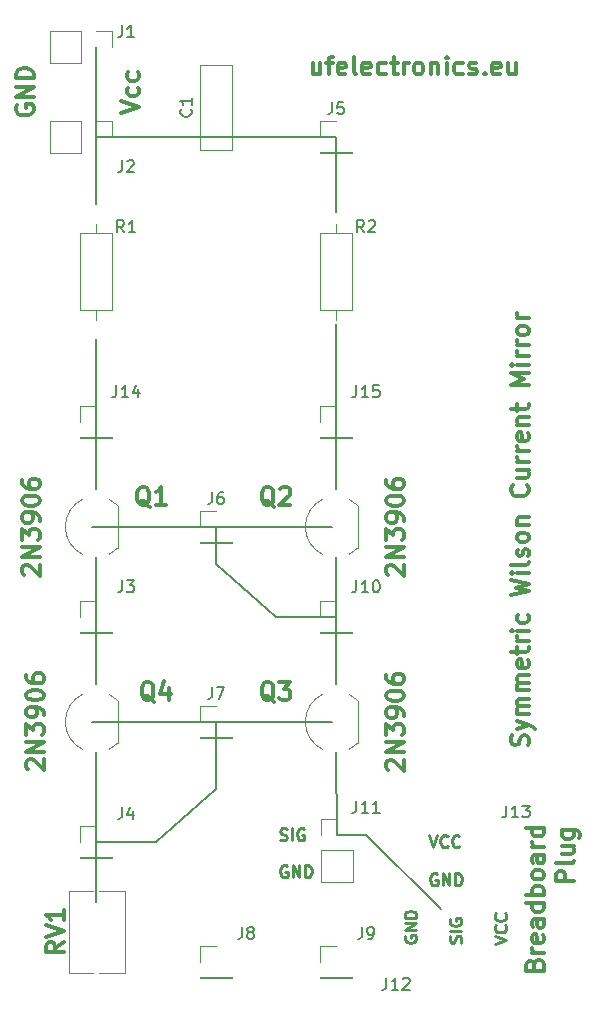
<source format=gbr>
%TF.GenerationSoftware,KiCad,Pcbnew,9.0.6-9.0.6~ubuntu22.04.1*%
%TF.CreationDate,2025-12-31T15:52:49+01:00*%
%TF.ProjectId,Symmetric_Wilson_Current_Mirror_Plain,53796d6d-6574-4726-9963-5f57696c736f,rev?*%
%TF.SameCoordinates,Original*%
%TF.FileFunction,Legend,Top*%
%TF.FilePolarity,Positive*%
%FSLAX46Y46*%
G04 Gerber Fmt 4.6, Leading zero omitted, Abs format (unit mm)*
G04 Created by KiCad (PCBNEW 9.0.6-9.0.6~ubuntu22.04.1) date 2025-12-31 15:52:49*
%MOMM*%
%LPD*%
G01*
G04 APERTURE LIST*
%ADD10C,0.200000*%
%ADD11C,0.250000*%
%ADD12C,0.300000*%
%ADD13C,0.150000*%
%ADD14C,0.120000*%
G04 APERTURE END LIST*
D10*
X139700000Y-142875000D02*
X139700000Y-135255000D01*
X139700000Y-142875000D02*
X144780000Y-142875000D01*
X160020000Y-83185000D02*
X160020000Y-89535000D01*
X160100000Y-142335000D02*
X162560000Y-142335000D01*
X162560000Y-142335000D02*
X168910000Y-148590000D01*
X160020000Y-107315000D02*
X160020000Y-113030000D01*
X139700000Y-123825000D02*
X139700000Y-118745000D01*
X149860000Y-116205000D02*
X149860000Y-119380000D01*
X139700000Y-83185000D02*
X139700000Y-75565000D01*
X149860000Y-116205000D02*
X159660000Y-116205000D01*
X160020000Y-129540000D02*
X160020000Y-123825000D01*
X139340000Y-116205000D02*
X149860000Y-116205000D01*
X149860000Y-132715000D02*
X159660000Y-132715000D01*
X160020000Y-99060000D02*
X160020000Y-107315000D01*
X160020000Y-118745000D02*
X160020000Y-123825000D01*
X139700000Y-83185000D02*
X139700000Y-88900000D01*
X139700000Y-113030000D02*
X139700000Y-107315000D01*
X139700000Y-147955000D02*
X139700000Y-142875000D01*
X149860000Y-119380000D02*
X154940000Y-123825000D01*
X139700000Y-123825000D02*
X139700000Y-129540000D01*
X160100000Y-142335000D02*
X160020000Y-135255000D01*
X139340000Y-132715000D02*
X149860000Y-132715000D01*
X139700000Y-100330000D02*
X139700000Y-107315000D01*
X160020000Y-123825000D02*
X154940000Y-123825000D01*
X149860000Y-138430000D02*
X149860000Y-132715000D01*
X160020000Y-83185000D02*
X149860000Y-83185000D01*
X144780000Y-142875000D02*
X149860000Y-138430000D01*
X149860000Y-83185000D02*
X139700000Y-83185000D01*
D11*
X155866377Y-144912238D02*
X155771139Y-144864619D01*
X155771139Y-144864619D02*
X155628282Y-144864619D01*
X155628282Y-144864619D02*
X155485425Y-144912238D01*
X155485425Y-144912238D02*
X155390187Y-145007476D01*
X155390187Y-145007476D02*
X155342568Y-145102714D01*
X155342568Y-145102714D02*
X155294949Y-145293190D01*
X155294949Y-145293190D02*
X155294949Y-145436047D01*
X155294949Y-145436047D02*
X155342568Y-145626523D01*
X155342568Y-145626523D02*
X155390187Y-145721761D01*
X155390187Y-145721761D02*
X155485425Y-145817000D01*
X155485425Y-145817000D02*
X155628282Y-145864619D01*
X155628282Y-145864619D02*
X155723520Y-145864619D01*
X155723520Y-145864619D02*
X155866377Y-145817000D01*
X155866377Y-145817000D02*
X155913996Y-145769380D01*
X155913996Y-145769380D02*
X155913996Y-145436047D01*
X155913996Y-145436047D02*
X155723520Y-145436047D01*
X156342568Y-145864619D02*
X156342568Y-144864619D01*
X156342568Y-144864619D02*
X156913996Y-145864619D01*
X156913996Y-145864619D02*
X156913996Y-144864619D01*
X157390187Y-145864619D02*
X157390187Y-144864619D01*
X157390187Y-144864619D02*
X157628282Y-144864619D01*
X157628282Y-144864619D02*
X157771139Y-144912238D01*
X157771139Y-144912238D02*
X157866377Y-145007476D01*
X157866377Y-145007476D02*
X157913996Y-145102714D01*
X157913996Y-145102714D02*
X157961615Y-145293190D01*
X157961615Y-145293190D02*
X157961615Y-145436047D01*
X157961615Y-145436047D02*
X157913996Y-145626523D01*
X157913996Y-145626523D02*
X157866377Y-145721761D01*
X157866377Y-145721761D02*
X157771139Y-145817000D01*
X157771139Y-145817000D02*
X157628282Y-145864619D01*
X157628282Y-145864619D02*
X157390187Y-145864619D01*
X168566377Y-145597238D02*
X168471139Y-145549619D01*
X168471139Y-145549619D02*
X168328282Y-145549619D01*
X168328282Y-145549619D02*
X168185425Y-145597238D01*
X168185425Y-145597238D02*
X168090187Y-145692476D01*
X168090187Y-145692476D02*
X168042568Y-145787714D01*
X168042568Y-145787714D02*
X167994949Y-145978190D01*
X167994949Y-145978190D02*
X167994949Y-146121047D01*
X167994949Y-146121047D02*
X168042568Y-146311523D01*
X168042568Y-146311523D02*
X168090187Y-146406761D01*
X168090187Y-146406761D02*
X168185425Y-146502000D01*
X168185425Y-146502000D02*
X168328282Y-146549619D01*
X168328282Y-146549619D02*
X168423520Y-146549619D01*
X168423520Y-146549619D02*
X168566377Y-146502000D01*
X168566377Y-146502000D02*
X168613996Y-146454380D01*
X168613996Y-146454380D02*
X168613996Y-146121047D01*
X168613996Y-146121047D02*
X168423520Y-146121047D01*
X169042568Y-146549619D02*
X169042568Y-145549619D01*
X169042568Y-145549619D02*
X169613996Y-146549619D01*
X169613996Y-146549619D02*
X169613996Y-145549619D01*
X170090187Y-146549619D02*
X170090187Y-145549619D01*
X170090187Y-145549619D02*
X170328282Y-145549619D01*
X170328282Y-145549619D02*
X170471139Y-145597238D01*
X170471139Y-145597238D02*
X170566377Y-145692476D01*
X170566377Y-145692476D02*
X170613996Y-145787714D01*
X170613996Y-145787714D02*
X170661615Y-145978190D01*
X170661615Y-145978190D02*
X170661615Y-146121047D01*
X170661615Y-146121047D02*
X170613996Y-146311523D01*
X170613996Y-146311523D02*
X170566377Y-146406761D01*
X170566377Y-146406761D02*
X170471139Y-146502000D01*
X170471139Y-146502000D02*
X170328282Y-146549619D01*
X170328282Y-146549619D02*
X170090187Y-146549619D01*
D12*
X141810828Y-81160713D02*
X143310828Y-80660713D01*
X143310828Y-80660713D02*
X141810828Y-80160713D01*
X143239400Y-79017857D02*
X143310828Y-79160714D01*
X143310828Y-79160714D02*
X143310828Y-79446428D01*
X143310828Y-79446428D02*
X143239400Y-79589285D01*
X143239400Y-79589285D02*
X143167971Y-79660714D01*
X143167971Y-79660714D02*
X143025114Y-79732142D01*
X143025114Y-79732142D02*
X142596542Y-79732142D01*
X142596542Y-79732142D02*
X142453685Y-79660714D01*
X142453685Y-79660714D02*
X142382257Y-79589285D01*
X142382257Y-79589285D02*
X142310828Y-79446428D01*
X142310828Y-79446428D02*
X142310828Y-79160714D01*
X142310828Y-79160714D02*
X142382257Y-79017857D01*
X143239400Y-77732143D02*
X143310828Y-77875000D01*
X143310828Y-77875000D02*
X143310828Y-78160714D01*
X143310828Y-78160714D02*
X143239400Y-78303571D01*
X143239400Y-78303571D02*
X143167971Y-78375000D01*
X143167971Y-78375000D02*
X143025114Y-78446428D01*
X143025114Y-78446428D02*
X142596542Y-78446428D01*
X142596542Y-78446428D02*
X142453685Y-78375000D01*
X142453685Y-78375000D02*
X142382257Y-78303571D01*
X142382257Y-78303571D02*
X142310828Y-78160714D01*
X142310828Y-78160714D02*
X142310828Y-77875000D01*
X142310828Y-77875000D02*
X142382257Y-77732143D01*
X158677368Y-76905828D02*
X158677368Y-77905828D01*
X158034510Y-76905828D02*
X158034510Y-77691542D01*
X158034510Y-77691542D02*
X158105939Y-77834400D01*
X158105939Y-77834400D02*
X158248796Y-77905828D01*
X158248796Y-77905828D02*
X158463082Y-77905828D01*
X158463082Y-77905828D02*
X158605939Y-77834400D01*
X158605939Y-77834400D02*
X158677368Y-77762971D01*
X159177368Y-76905828D02*
X159748796Y-76905828D01*
X159391653Y-77905828D02*
X159391653Y-76620114D01*
X159391653Y-76620114D02*
X159463082Y-76477257D01*
X159463082Y-76477257D02*
X159605939Y-76405828D01*
X159605939Y-76405828D02*
X159748796Y-76405828D01*
X160820225Y-77834400D02*
X160677368Y-77905828D01*
X160677368Y-77905828D02*
X160391654Y-77905828D01*
X160391654Y-77905828D02*
X160248796Y-77834400D01*
X160248796Y-77834400D02*
X160177368Y-77691542D01*
X160177368Y-77691542D02*
X160177368Y-77120114D01*
X160177368Y-77120114D02*
X160248796Y-76977257D01*
X160248796Y-76977257D02*
X160391654Y-76905828D01*
X160391654Y-76905828D02*
X160677368Y-76905828D01*
X160677368Y-76905828D02*
X160820225Y-76977257D01*
X160820225Y-76977257D02*
X160891654Y-77120114D01*
X160891654Y-77120114D02*
X160891654Y-77262971D01*
X160891654Y-77262971D02*
X160177368Y-77405828D01*
X161748796Y-77905828D02*
X161605939Y-77834400D01*
X161605939Y-77834400D02*
X161534510Y-77691542D01*
X161534510Y-77691542D02*
X161534510Y-76405828D01*
X162891653Y-77834400D02*
X162748796Y-77905828D01*
X162748796Y-77905828D02*
X162463082Y-77905828D01*
X162463082Y-77905828D02*
X162320224Y-77834400D01*
X162320224Y-77834400D02*
X162248796Y-77691542D01*
X162248796Y-77691542D02*
X162248796Y-77120114D01*
X162248796Y-77120114D02*
X162320224Y-76977257D01*
X162320224Y-76977257D02*
X162463082Y-76905828D01*
X162463082Y-76905828D02*
X162748796Y-76905828D01*
X162748796Y-76905828D02*
X162891653Y-76977257D01*
X162891653Y-76977257D02*
X162963082Y-77120114D01*
X162963082Y-77120114D02*
X162963082Y-77262971D01*
X162963082Y-77262971D02*
X162248796Y-77405828D01*
X164248796Y-77834400D02*
X164105938Y-77905828D01*
X164105938Y-77905828D02*
X163820224Y-77905828D01*
X163820224Y-77905828D02*
X163677367Y-77834400D01*
X163677367Y-77834400D02*
X163605938Y-77762971D01*
X163605938Y-77762971D02*
X163534510Y-77620114D01*
X163534510Y-77620114D02*
X163534510Y-77191542D01*
X163534510Y-77191542D02*
X163605938Y-77048685D01*
X163605938Y-77048685D02*
X163677367Y-76977257D01*
X163677367Y-76977257D02*
X163820224Y-76905828D01*
X163820224Y-76905828D02*
X164105938Y-76905828D01*
X164105938Y-76905828D02*
X164248796Y-76977257D01*
X164677367Y-76905828D02*
X165248795Y-76905828D01*
X164891652Y-76405828D02*
X164891652Y-77691542D01*
X164891652Y-77691542D02*
X164963081Y-77834400D01*
X164963081Y-77834400D02*
X165105938Y-77905828D01*
X165105938Y-77905828D02*
X165248795Y-77905828D01*
X165748795Y-77905828D02*
X165748795Y-76905828D01*
X165748795Y-77191542D02*
X165820224Y-77048685D01*
X165820224Y-77048685D02*
X165891653Y-76977257D01*
X165891653Y-76977257D02*
X166034510Y-76905828D01*
X166034510Y-76905828D02*
X166177367Y-76905828D01*
X166891652Y-77905828D02*
X166748795Y-77834400D01*
X166748795Y-77834400D02*
X166677366Y-77762971D01*
X166677366Y-77762971D02*
X166605938Y-77620114D01*
X166605938Y-77620114D02*
X166605938Y-77191542D01*
X166605938Y-77191542D02*
X166677366Y-77048685D01*
X166677366Y-77048685D02*
X166748795Y-76977257D01*
X166748795Y-76977257D02*
X166891652Y-76905828D01*
X166891652Y-76905828D02*
X167105938Y-76905828D01*
X167105938Y-76905828D02*
X167248795Y-76977257D01*
X167248795Y-76977257D02*
X167320224Y-77048685D01*
X167320224Y-77048685D02*
X167391652Y-77191542D01*
X167391652Y-77191542D02*
X167391652Y-77620114D01*
X167391652Y-77620114D02*
X167320224Y-77762971D01*
X167320224Y-77762971D02*
X167248795Y-77834400D01*
X167248795Y-77834400D02*
X167105938Y-77905828D01*
X167105938Y-77905828D02*
X166891652Y-77905828D01*
X168034509Y-76905828D02*
X168034509Y-77905828D01*
X168034509Y-77048685D02*
X168105938Y-76977257D01*
X168105938Y-76977257D02*
X168248795Y-76905828D01*
X168248795Y-76905828D02*
X168463081Y-76905828D01*
X168463081Y-76905828D02*
X168605938Y-76977257D01*
X168605938Y-76977257D02*
X168677367Y-77120114D01*
X168677367Y-77120114D02*
X168677367Y-77905828D01*
X169391652Y-77905828D02*
X169391652Y-76905828D01*
X169391652Y-76405828D02*
X169320224Y-76477257D01*
X169320224Y-76477257D02*
X169391652Y-76548685D01*
X169391652Y-76548685D02*
X169463081Y-76477257D01*
X169463081Y-76477257D02*
X169391652Y-76405828D01*
X169391652Y-76405828D02*
X169391652Y-76548685D01*
X170748796Y-77834400D02*
X170605938Y-77905828D01*
X170605938Y-77905828D02*
X170320224Y-77905828D01*
X170320224Y-77905828D02*
X170177367Y-77834400D01*
X170177367Y-77834400D02*
X170105938Y-77762971D01*
X170105938Y-77762971D02*
X170034510Y-77620114D01*
X170034510Y-77620114D02*
X170034510Y-77191542D01*
X170034510Y-77191542D02*
X170105938Y-77048685D01*
X170105938Y-77048685D02*
X170177367Y-76977257D01*
X170177367Y-76977257D02*
X170320224Y-76905828D01*
X170320224Y-76905828D02*
X170605938Y-76905828D01*
X170605938Y-76905828D02*
X170748796Y-76977257D01*
X171320224Y-77834400D02*
X171463081Y-77905828D01*
X171463081Y-77905828D02*
X171748795Y-77905828D01*
X171748795Y-77905828D02*
X171891652Y-77834400D01*
X171891652Y-77834400D02*
X171963081Y-77691542D01*
X171963081Y-77691542D02*
X171963081Y-77620114D01*
X171963081Y-77620114D02*
X171891652Y-77477257D01*
X171891652Y-77477257D02*
X171748795Y-77405828D01*
X171748795Y-77405828D02*
X171534510Y-77405828D01*
X171534510Y-77405828D02*
X171391652Y-77334400D01*
X171391652Y-77334400D02*
X171320224Y-77191542D01*
X171320224Y-77191542D02*
X171320224Y-77120114D01*
X171320224Y-77120114D02*
X171391652Y-76977257D01*
X171391652Y-76977257D02*
X171534510Y-76905828D01*
X171534510Y-76905828D02*
X171748795Y-76905828D01*
X171748795Y-76905828D02*
X171891652Y-76977257D01*
X172605938Y-77762971D02*
X172677367Y-77834400D01*
X172677367Y-77834400D02*
X172605938Y-77905828D01*
X172605938Y-77905828D02*
X172534510Y-77834400D01*
X172534510Y-77834400D02*
X172605938Y-77762971D01*
X172605938Y-77762971D02*
X172605938Y-77905828D01*
X173891653Y-77834400D02*
X173748796Y-77905828D01*
X173748796Y-77905828D02*
X173463082Y-77905828D01*
X173463082Y-77905828D02*
X173320224Y-77834400D01*
X173320224Y-77834400D02*
X173248796Y-77691542D01*
X173248796Y-77691542D02*
X173248796Y-77120114D01*
X173248796Y-77120114D02*
X173320224Y-76977257D01*
X173320224Y-76977257D02*
X173463082Y-76905828D01*
X173463082Y-76905828D02*
X173748796Y-76905828D01*
X173748796Y-76905828D02*
X173891653Y-76977257D01*
X173891653Y-76977257D02*
X173963082Y-77120114D01*
X173963082Y-77120114D02*
X173963082Y-77262971D01*
X173963082Y-77262971D02*
X173248796Y-77405828D01*
X175248796Y-76905828D02*
X175248796Y-77905828D01*
X174605938Y-76905828D02*
X174605938Y-77691542D01*
X174605938Y-77691542D02*
X174677367Y-77834400D01*
X174677367Y-77834400D02*
X174820224Y-77905828D01*
X174820224Y-77905828D02*
X175034510Y-77905828D01*
X175034510Y-77905828D02*
X175177367Y-77834400D01*
X175177367Y-77834400D02*
X175248796Y-77762971D01*
D11*
X155294949Y-142692000D02*
X155437806Y-142739619D01*
X155437806Y-142739619D02*
X155675901Y-142739619D01*
X155675901Y-142739619D02*
X155771139Y-142692000D01*
X155771139Y-142692000D02*
X155818758Y-142644380D01*
X155818758Y-142644380D02*
X155866377Y-142549142D01*
X155866377Y-142549142D02*
X155866377Y-142453904D01*
X155866377Y-142453904D02*
X155818758Y-142358666D01*
X155818758Y-142358666D02*
X155771139Y-142311047D01*
X155771139Y-142311047D02*
X155675901Y-142263428D01*
X155675901Y-142263428D02*
X155485425Y-142215809D01*
X155485425Y-142215809D02*
X155390187Y-142168190D01*
X155390187Y-142168190D02*
X155342568Y-142120571D01*
X155342568Y-142120571D02*
X155294949Y-142025333D01*
X155294949Y-142025333D02*
X155294949Y-141930095D01*
X155294949Y-141930095D02*
X155342568Y-141834857D01*
X155342568Y-141834857D02*
X155390187Y-141787238D01*
X155390187Y-141787238D02*
X155485425Y-141739619D01*
X155485425Y-141739619D02*
X155723520Y-141739619D01*
X155723520Y-141739619D02*
X155866377Y-141787238D01*
X156294949Y-142739619D02*
X156294949Y-141739619D01*
X157294948Y-141787238D02*
X157199710Y-141739619D01*
X157199710Y-141739619D02*
X157056853Y-141739619D01*
X157056853Y-141739619D02*
X156913996Y-141787238D01*
X156913996Y-141787238D02*
X156818758Y-141882476D01*
X156818758Y-141882476D02*
X156771139Y-141977714D01*
X156771139Y-141977714D02*
X156723520Y-142168190D01*
X156723520Y-142168190D02*
X156723520Y-142311047D01*
X156723520Y-142311047D02*
X156771139Y-142501523D01*
X156771139Y-142501523D02*
X156818758Y-142596761D01*
X156818758Y-142596761D02*
X156913996Y-142692000D01*
X156913996Y-142692000D02*
X157056853Y-142739619D01*
X157056853Y-142739619D02*
X157152091Y-142739619D01*
X157152091Y-142739619D02*
X157294948Y-142692000D01*
X157294948Y-142692000D02*
X157342567Y-142644380D01*
X157342567Y-142644380D02*
X157342567Y-142311047D01*
X157342567Y-142311047D02*
X157152091Y-142311047D01*
X170582000Y-151410050D02*
X170629619Y-151267193D01*
X170629619Y-151267193D02*
X170629619Y-151029098D01*
X170629619Y-151029098D02*
X170582000Y-150933860D01*
X170582000Y-150933860D02*
X170534380Y-150886241D01*
X170534380Y-150886241D02*
X170439142Y-150838622D01*
X170439142Y-150838622D02*
X170343904Y-150838622D01*
X170343904Y-150838622D02*
X170248666Y-150886241D01*
X170248666Y-150886241D02*
X170201047Y-150933860D01*
X170201047Y-150933860D02*
X170153428Y-151029098D01*
X170153428Y-151029098D02*
X170105809Y-151219574D01*
X170105809Y-151219574D02*
X170058190Y-151314812D01*
X170058190Y-151314812D02*
X170010571Y-151362431D01*
X170010571Y-151362431D02*
X169915333Y-151410050D01*
X169915333Y-151410050D02*
X169820095Y-151410050D01*
X169820095Y-151410050D02*
X169724857Y-151362431D01*
X169724857Y-151362431D02*
X169677238Y-151314812D01*
X169677238Y-151314812D02*
X169629619Y-151219574D01*
X169629619Y-151219574D02*
X169629619Y-150981479D01*
X169629619Y-150981479D02*
X169677238Y-150838622D01*
X170629619Y-150410050D02*
X169629619Y-150410050D01*
X169677238Y-149410051D02*
X169629619Y-149505289D01*
X169629619Y-149505289D02*
X169629619Y-149648146D01*
X169629619Y-149648146D02*
X169677238Y-149791003D01*
X169677238Y-149791003D02*
X169772476Y-149886241D01*
X169772476Y-149886241D02*
X169867714Y-149933860D01*
X169867714Y-149933860D02*
X170058190Y-149981479D01*
X170058190Y-149981479D02*
X170201047Y-149981479D01*
X170201047Y-149981479D02*
X170391523Y-149933860D01*
X170391523Y-149933860D02*
X170486761Y-149886241D01*
X170486761Y-149886241D02*
X170582000Y-149791003D01*
X170582000Y-149791003D02*
X170629619Y-149648146D01*
X170629619Y-149648146D02*
X170629619Y-149552908D01*
X170629619Y-149552908D02*
X170582000Y-149410051D01*
X170582000Y-149410051D02*
X170534380Y-149362432D01*
X170534380Y-149362432D02*
X170201047Y-149362432D01*
X170201047Y-149362432D02*
X170201047Y-149552908D01*
D12*
X176815114Y-153280489D02*
X176886542Y-153066203D01*
X176886542Y-153066203D02*
X176957971Y-152994774D01*
X176957971Y-152994774D02*
X177100828Y-152923346D01*
X177100828Y-152923346D02*
X177315114Y-152923346D01*
X177315114Y-152923346D02*
X177457971Y-152994774D01*
X177457971Y-152994774D02*
X177529400Y-153066203D01*
X177529400Y-153066203D02*
X177600828Y-153209060D01*
X177600828Y-153209060D02*
X177600828Y-153780489D01*
X177600828Y-153780489D02*
X176100828Y-153780489D01*
X176100828Y-153780489D02*
X176100828Y-153280489D01*
X176100828Y-153280489D02*
X176172257Y-153137632D01*
X176172257Y-153137632D02*
X176243685Y-153066203D01*
X176243685Y-153066203D02*
X176386542Y-152994774D01*
X176386542Y-152994774D02*
X176529400Y-152994774D01*
X176529400Y-152994774D02*
X176672257Y-153066203D01*
X176672257Y-153066203D02*
X176743685Y-153137632D01*
X176743685Y-153137632D02*
X176815114Y-153280489D01*
X176815114Y-153280489D02*
X176815114Y-153780489D01*
X177600828Y-152280489D02*
X176600828Y-152280489D01*
X176886542Y-152280489D02*
X176743685Y-152209060D01*
X176743685Y-152209060D02*
X176672257Y-152137632D01*
X176672257Y-152137632D02*
X176600828Y-151994774D01*
X176600828Y-151994774D02*
X176600828Y-151851917D01*
X177529400Y-150780489D02*
X177600828Y-150923346D01*
X177600828Y-150923346D02*
X177600828Y-151209061D01*
X177600828Y-151209061D02*
X177529400Y-151351918D01*
X177529400Y-151351918D02*
X177386542Y-151423346D01*
X177386542Y-151423346D02*
X176815114Y-151423346D01*
X176815114Y-151423346D02*
X176672257Y-151351918D01*
X176672257Y-151351918D02*
X176600828Y-151209061D01*
X176600828Y-151209061D02*
X176600828Y-150923346D01*
X176600828Y-150923346D02*
X176672257Y-150780489D01*
X176672257Y-150780489D02*
X176815114Y-150709061D01*
X176815114Y-150709061D02*
X176957971Y-150709061D01*
X176957971Y-150709061D02*
X177100828Y-151423346D01*
X177600828Y-149423347D02*
X176815114Y-149423347D01*
X176815114Y-149423347D02*
X176672257Y-149494775D01*
X176672257Y-149494775D02*
X176600828Y-149637632D01*
X176600828Y-149637632D02*
X176600828Y-149923347D01*
X176600828Y-149923347D02*
X176672257Y-150066204D01*
X177529400Y-149423347D02*
X177600828Y-149566204D01*
X177600828Y-149566204D02*
X177600828Y-149923347D01*
X177600828Y-149923347D02*
X177529400Y-150066204D01*
X177529400Y-150066204D02*
X177386542Y-150137632D01*
X177386542Y-150137632D02*
X177243685Y-150137632D01*
X177243685Y-150137632D02*
X177100828Y-150066204D01*
X177100828Y-150066204D02*
X177029400Y-149923347D01*
X177029400Y-149923347D02*
X177029400Y-149566204D01*
X177029400Y-149566204D02*
X176957971Y-149423347D01*
X177600828Y-148066204D02*
X176100828Y-148066204D01*
X177529400Y-148066204D02*
X177600828Y-148209061D01*
X177600828Y-148209061D02*
X177600828Y-148494775D01*
X177600828Y-148494775D02*
X177529400Y-148637632D01*
X177529400Y-148637632D02*
X177457971Y-148709061D01*
X177457971Y-148709061D02*
X177315114Y-148780489D01*
X177315114Y-148780489D02*
X176886542Y-148780489D01*
X176886542Y-148780489D02*
X176743685Y-148709061D01*
X176743685Y-148709061D02*
X176672257Y-148637632D01*
X176672257Y-148637632D02*
X176600828Y-148494775D01*
X176600828Y-148494775D02*
X176600828Y-148209061D01*
X176600828Y-148209061D02*
X176672257Y-148066204D01*
X177600828Y-147351918D02*
X176100828Y-147351918D01*
X176672257Y-147351918D02*
X176600828Y-147209061D01*
X176600828Y-147209061D02*
X176600828Y-146923346D01*
X176600828Y-146923346D02*
X176672257Y-146780489D01*
X176672257Y-146780489D02*
X176743685Y-146709061D01*
X176743685Y-146709061D02*
X176886542Y-146637632D01*
X176886542Y-146637632D02*
X177315114Y-146637632D01*
X177315114Y-146637632D02*
X177457971Y-146709061D01*
X177457971Y-146709061D02*
X177529400Y-146780489D01*
X177529400Y-146780489D02*
X177600828Y-146923346D01*
X177600828Y-146923346D02*
X177600828Y-147209061D01*
X177600828Y-147209061D02*
X177529400Y-147351918D01*
X177600828Y-145780489D02*
X177529400Y-145923346D01*
X177529400Y-145923346D02*
X177457971Y-145994775D01*
X177457971Y-145994775D02*
X177315114Y-146066203D01*
X177315114Y-146066203D02*
X176886542Y-146066203D01*
X176886542Y-146066203D02*
X176743685Y-145994775D01*
X176743685Y-145994775D02*
X176672257Y-145923346D01*
X176672257Y-145923346D02*
X176600828Y-145780489D01*
X176600828Y-145780489D02*
X176600828Y-145566203D01*
X176600828Y-145566203D02*
X176672257Y-145423346D01*
X176672257Y-145423346D02*
X176743685Y-145351918D01*
X176743685Y-145351918D02*
X176886542Y-145280489D01*
X176886542Y-145280489D02*
X177315114Y-145280489D01*
X177315114Y-145280489D02*
X177457971Y-145351918D01*
X177457971Y-145351918D02*
X177529400Y-145423346D01*
X177529400Y-145423346D02*
X177600828Y-145566203D01*
X177600828Y-145566203D02*
X177600828Y-145780489D01*
X177600828Y-143994775D02*
X176815114Y-143994775D01*
X176815114Y-143994775D02*
X176672257Y-144066203D01*
X176672257Y-144066203D02*
X176600828Y-144209060D01*
X176600828Y-144209060D02*
X176600828Y-144494775D01*
X176600828Y-144494775D02*
X176672257Y-144637632D01*
X177529400Y-143994775D02*
X177600828Y-144137632D01*
X177600828Y-144137632D02*
X177600828Y-144494775D01*
X177600828Y-144494775D02*
X177529400Y-144637632D01*
X177529400Y-144637632D02*
X177386542Y-144709060D01*
X177386542Y-144709060D02*
X177243685Y-144709060D01*
X177243685Y-144709060D02*
X177100828Y-144637632D01*
X177100828Y-144637632D02*
X177029400Y-144494775D01*
X177029400Y-144494775D02*
X177029400Y-144137632D01*
X177029400Y-144137632D02*
X176957971Y-143994775D01*
X177600828Y-143280489D02*
X176600828Y-143280489D01*
X176886542Y-143280489D02*
X176743685Y-143209060D01*
X176743685Y-143209060D02*
X176672257Y-143137632D01*
X176672257Y-143137632D02*
X176600828Y-142994774D01*
X176600828Y-142994774D02*
X176600828Y-142851917D01*
X177600828Y-141709061D02*
X176100828Y-141709061D01*
X177529400Y-141709061D02*
X177600828Y-141851918D01*
X177600828Y-141851918D02*
X177600828Y-142137632D01*
X177600828Y-142137632D02*
X177529400Y-142280489D01*
X177529400Y-142280489D02*
X177457971Y-142351918D01*
X177457971Y-142351918D02*
X177315114Y-142423346D01*
X177315114Y-142423346D02*
X176886542Y-142423346D01*
X176886542Y-142423346D02*
X176743685Y-142351918D01*
X176743685Y-142351918D02*
X176672257Y-142280489D01*
X176672257Y-142280489D02*
X176600828Y-142137632D01*
X176600828Y-142137632D02*
X176600828Y-141851918D01*
X176600828Y-141851918D02*
X176672257Y-141709061D01*
X132992257Y-80517856D02*
X132920828Y-80660714D01*
X132920828Y-80660714D02*
X132920828Y-80874999D01*
X132920828Y-80874999D02*
X132992257Y-81089285D01*
X132992257Y-81089285D02*
X133135114Y-81232142D01*
X133135114Y-81232142D02*
X133277971Y-81303571D01*
X133277971Y-81303571D02*
X133563685Y-81374999D01*
X133563685Y-81374999D02*
X133777971Y-81374999D01*
X133777971Y-81374999D02*
X134063685Y-81303571D01*
X134063685Y-81303571D02*
X134206542Y-81232142D01*
X134206542Y-81232142D02*
X134349400Y-81089285D01*
X134349400Y-81089285D02*
X134420828Y-80874999D01*
X134420828Y-80874999D02*
X134420828Y-80732142D01*
X134420828Y-80732142D02*
X134349400Y-80517856D01*
X134349400Y-80517856D02*
X134277971Y-80446428D01*
X134277971Y-80446428D02*
X133777971Y-80446428D01*
X133777971Y-80446428D02*
X133777971Y-80732142D01*
X134420828Y-79803571D02*
X132920828Y-79803571D01*
X132920828Y-79803571D02*
X134420828Y-78946428D01*
X134420828Y-78946428D02*
X132920828Y-78946428D01*
X134420828Y-78232142D02*
X132920828Y-78232142D01*
X132920828Y-78232142D02*
X132920828Y-77874999D01*
X132920828Y-77874999D02*
X132992257Y-77660713D01*
X132992257Y-77660713D02*
X133135114Y-77517856D01*
X133135114Y-77517856D02*
X133277971Y-77446427D01*
X133277971Y-77446427D02*
X133563685Y-77374999D01*
X133563685Y-77374999D02*
X133777971Y-77374999D01*
X133777971Y-77374999D02*
X134063685Y-77446427D01*
X134063685Y-77446427D02*
X134206542Y-77517856D01*
X134206542Y-77517856D02*
X134349400Y-77660713D01*
X134349400Y-77660713D02*
X134420828Y-77874999D01*
X134420828Y-77874999D02*
X134420828Y-78232142D01*
X176259400Y-134701651D02*
X176330828Y-134487366D01*
X176330828Y-134487366D02*
X176330828Y-134130223D01*
X176330828Y-134130223D02*
X176259400Y-133987366D01*
X176259400Y-133987366D02*
X176187971Y-133915937D01*
X176187971Y-133915937D02*
X176045114Y-133844508D01*
X176045114Y-133844508D02*
X175902257Y-133844508D01*
X175902257Y-133844508D02*
X175759400Y-133915937D01*
X175759400Y-133915937D02*
X175687971Y-133987366D01*
X175687971Y-133987366D02*
X175616542Y-134130223D01*
X175616542Y-134130223D02*
X175545114Y-134415937D01*
X175545114Y-134415937D02*
X175473685Y-134558794D01*
X175473685Y-134558794D02*
X175402257Y-134630223D01*
X175402257Y-134630223D02*
X175259400Y-134701651D01*
X175259400Y-134701651D02*
X175116542Y-134701651D01*
X175116542Y-134701651D02*
X174973685Y-134630223D01*
X174973685Y-134630223D02*
X174902257Y-134558794D01*
X174902257Y-134558794D02*
X174830828Y-134415937D01*
X174830828Y-134415937D02*
X174830828Y-134058794D01*
X174830828Y-134058794D02*
X174902257Y-133844508D01*
X175330828Y-133344509D02*
X176330828Y-132987366D01*
X175330828Y-132630223D02*
X176330828Y-132987366D01*
X176330828Y-132987366D02*
X176687971Y-133130223D01*
X176687971Y-133130223D02*
X176759400Y-133201652D01*
X176759400Y-133201652D02*
X176830828Y-133344509D01*
X176330828Y-132058795D02*
X175330828Y-132058795D01*
X175473685Y-132058795D02*
X175402257Y-131987366D01*
X175402257Y-131987366D02*
X175330828Y-131844509D01*
X175330828Y-131844509D02*
X175330828Y-131630223D01*
X175330828Y-131630223D02*
X175402257Y-131487366D01*
X175402257Y-131487366D02*
X175545114Y-131415938D01*
X175545114Y-131415938D02*
X176330828Y-131415938D01*
X175545114Y-131415938D02*
X175402257Y-131344509D01*
X175402257Y-131344509D02*
X175330828Y-131201652D01*
X175330828Y-131201652D02*
X175330828Y-130987366D01*
X175330828Y-130987366D02*
X175402257Y-130844509D01*
X175402257Y-130844509D02*
X175545114Y-130773080D01*
X175545114Y-130773080D02*
X176330828Y-130773080D01*
X176330828Y-130058795D02*
X175330828Y-130058795D01*
X175473685Y-130058795D02*
X175402257Y-129987366D01*
X175402257Y-129987366D02*
X175330828Y-129844509D01*
X175330828Y-129844509D02*
X175330828Y-129630223D01*
X175330828Y-129630223D02*
X175402257Y-129487366D01*
X175402257Y-129487366D02*
X175545114Y-129415938D01*
X175545114Y-129415938D02*
X176330828Y-129415938D01*
X175545114Y-129415938D02*
X175402257Y-129344509D01*
X175402257Y-129344509D02*
X175330828Y-129201652D01*
X175330828Y-129201652D02*
X175330828Y-128987366D01*
X175330828Y-128987366D02*
X175402257Y-128844509D01*
X175402257Y-128844509D02*
X175545114Y-128773080D01*
X175545114Y-128773080D02*
X176330828Y-128773080D01*
X176259400Y-127487366D02*
X176330828Y-127630223D01*
X176330828Y-127630223D02*
X176330828Y-127915938D01*
X176330828Y-127915938D02*
X176259400Y-128058795D01*
X176259400Y-128058795D02*
X176116542Y-128130223D01*
X176116542Y-128130223D02*
X175545114Y-128130223D01*
X175545114Y-128130223D02*
X175402257Y-128058795D01*
X175402257Y-128058795D02*
X175330828Y-127915938D01*
X175330828Y-127915938D02*
X175330828Y-127630223D01*
X175330828Y-127630223D02*
X175402257Y-127487366D01*
X175402257Y-127487366D02*
X175545114Y-127415938D01*
X175545114Y-127415938D02*
X175687971Y-127415938D01*
X175687971Y-127415938D02*
X175830828Y-128130223D01*
X175330828Y-126987366D02*
X175330828Y-126415938D01*
X174830828Y-126773081D02*
X176116542Y-126773081D01*
X176116542Y-126773081D02*
X176259400Y-126701652D01*
X176259400Y-126701652D02*
X176330828Y-126558795D01*
X176330828Y-126558795D02*
X176330828Y-126415938D01*
X176330828Y-125915938D02*
X175330828Y-125915938D01*
X175616542Y-125915938D02*
X175473685Y-125844509D01*
X175473685Y-125844509D02*
X175402257Y-125773081D01*
X175402257Y-125773081D02*
X175330828Y-125630223D01*
X175330828Y-125630223D02*
X175330828Y-125487366D01*
X176330828Y-124987367D02*
X175330828Y-124987367D01*
X174830828Y-124987367D02*
X174902257Y-125058795D01*
X174902257Y-125058795D02*
X174973685Y-124987367D01*
X174973685Y-124987367D02*
X174902257Y-124915938D01*
X174902257Y-124915938D02*
X174830828Y-124987367D01*
X174830828Y-124987367D02*
X174973685Y-124987367D01*
X176259400Y-123630224D02*
X176330828Y-123773081D01*
X176330828Y-123773081D02*
X176330828Y-124058795D01*
X176330828Y-124058795D02*
X176259400Y-124201652D01*
X176259400Y-124201652D02*
X176187971Y-124273081D01*
X176187971Y-124273081D02*
X176045114Y-124344509D01*
X176045114Y-124344509D02*
X175616542Y-124344509D01*
X175616542Y-124344509D02*
X175473685Y-124273081D01*
X175473685Y-124273081D02*
X175402257Y-124201652D01*
X175402257Y-124201652D02*
X175330828Y-124058795D01*
X175330828Y-124058795D02*
X175330828Y-123773081D01*
X175330828Y-123773081D02*
X175402257Y-123630224D01*
X174830828Y-121987367D02*
X176330828Y-121630224D01*
X176330828Y-121630224D02*
X175259400Y-121344510D01*
X175259400Y-121344510D02*
X176330828Y-121058795D01*
X176330828Y-121058795D02*
X174830828Y-120701653D01*
X176330828Y-120130224D02*
X175330828Y-120130224D01*
X174830828Y-120130224D02*
X174902257Y-120201652D01*
X174902257Y-120201652D02*
X174973685Y-120130224D01*
X174973685Y-120130224D02*
X174902257Y-120058795D01*
X174902257Y-120058795D02*
X174830828Y-120130224D01*
X174830828Y-120130224D02*
X174973685Y-120130224D01*
X176330828Y-119201652D02*
X176259400Y-119344509D01*
X176259400Y-119344509D02*
X176116542Y-119415938D01*
X176116542Y-119415938D02*
X174830828Y-119415938D01*
X176259400Y-118701652D02*
X176330828Y-118558795D01*
X176330828Y-118558795D02*
X176330828Y-118273081D01*
X176330828Y-118273081D02*
X176259400Y-118130224D01*
X176259400Y-118130224D02*
X176116542Y-118058795D01*
X176116542Y-118058795D02*
X176045114Y-118058795D01*
X176045114Y-118058795D02*
X175902257Y-118130224D01*
X175902257Y-118130224D02*
X175830828Y-118273081D01*
X175830828Y-118273081D02*
X175830828Y-118487367D01*
X175830828Y-118487367D02*
X175759400Y-118630224D01*
X175759400Y-118630224D02*
X175616542Y-118701652D01*
X175616542Y-118701652D02*
X175545114Y-118701652D01*
X175545114Y-118701652D02*
X175402257Y-118630224D01*
X175402257Y-118630224D02*
X175330828Y-118487367D01*
X175330828Y-118487367D02*
X175330828Y-118273081D01*
X175330828Y-118273081D02*
X175402257Y-118130224D01*
X176330828Y-117201652D02*
X176259400Y-117344509D01*
X176259400Y-117344509D02*
X176187971Y-117415938D01*
X176187971Y-117415938D02*
X176045114Y-117487366D01*
X176045114Y-117487366D02*
X175616542Y-117487366D01*
X175616542Y-117487366D02*
X175473685Y-117415938D01*
X175473685Y-117415938D02*
X175402257Y-117344509D01*
X175402257Y-117344509D02*
X175330828Y-117201652D01*
X175330828Y-117201652D02*
X175330828Y-116987366D01*
X175330828Y-116987366D02*
X175402257Y-116844509D01*
X175402257Y-116844509D02*
X175473685Y-116773081D01*
X175473685Y-116773081D02*
X175616542Y-116701652D01*
X175616542Y-116701652D02*
X176045114Y-116701652D01*
X176045114Y-116701652D02*
X176187971Y-116773081D01*
X176187971Y-116773081D02*
X176259400Y-116844509D01*
X176259400Y-116844509D02*
X176330828Y-116987366D01*
X176330828Y-116987366D02*
X176330828Y-117201652D01*
X175330828Y-116058795D02*
X176330828Y-116058795D01*
X175473685Y-116058795D02*
X175402257Y-115987366D01*
X175402257Y-115987366D02*
X175330828Y-115844509D01*
X175330828Y-115844509D02*
X175330828Y-115630223D01*
X175330828Y-115630223D02*
X175402257Y-115487366D01*
X175402257Y-115487366D02*
X175545114Y-115415938D01*
X175545114Y-115415938D02*
X176330828Y-115415938D01*
X176187971Y-112701652D02*
X176259400Y-112773080D01*
X176259400Y-112773080D02*
X176330828Y-112987366D01*
X176330828Y-112987366D02*
X176330828Y-113130223D01*
X176330828Y-113130223D02*
X176259400Y-113344509D01*
X176259400Y-113344509D02*
X176116542Y-113487366D01*
X176116542Y-113487366D02*
X175973685Y-113558795D01*
X175973685Y-113558795D02*
X175687971Y-113630223D01*
X175687971Y-113630223D02*
X175473685Y-113630223D01*
X175473685Y-113630223D02*
X175187971Y-113558795D01*
X175187971Y-113558795D02*
X175045114Y-113487366D01*
X175045114Y-113487366D02*
X174902257Y-113344509D01*
X174902257Y-113344509D02*
X174830828Y-113130223D01*
X174830828Y-113130223D02*
X174830828Y-112987366D01*
X174830828Y-112987366D02*
X174902257Y-112773080D01*
X174902257Y-112773080D02*
X174973685Y-112701652D01*
X175330828Y-111415938D02*
X176330828Y-111415938D01*
X175330828Y-112058795D02*
X176116542Y-112058795D01*
X176116542Y-112058795D02*
X176259400Y-111987366D01*
X176259400Y-111987366D02*
X176330828Y-111844509D01*
X176330828Y-111844509D02*
X176330828Y-111630223D01*
X176330828Y-111630223D02*
X176259400Y-111487366D01*
X176259400Y-111487366D02*
X176187971Y-111415938D01*
X176330828Y-110701652D02*
X175330828Y-110701652D01*
X175616542Y-110701652D02*
X175473685Y-110630223D01*
X175473685Y-110630223D02*
X175402257Y-110558795D01*
X175402257Y-110558795D02*
X175330828Y-110415937D01*
X175330828Y-110415937D02*
X175330828Y-110273080D01*
X176330828Y-109773081D02*
X175330828Y-109773081D01*
X175616542Y-109773081D02*
X175473685Y-109701652D01*
X175473685Y-109701652D02*
X175402257Y-109630224D01*
X175402257Y-109630224D02*
X175330828Y-109487366D01*
X175330828Y-109487366D02*
X175330828Y-109344509D01*
X176259400Y-108273081D02*
X176330828Y-108415938D01*
X176330828Y-108415938D02*
X176330828Y-108701653D01*
X176330828Y-108701653D02*
X176259400Y-108844510D01*
X176259400Y-108844510D02*
X176116542Y-108915938D01*
X176116542Y-108915938D02*
X175545114Y-108915938D01*
X175545114Y-108915938D02*
X175402257Y-108844510D01*
X175402257Y-108844510D02*
X175330828Y-108701653D01*
X175330828Y-108701653D02*
X175330828Y-108415938D01*
X175330828Y-108415938D02*
X175402257Y-108273081D01*
X175402257Y-108273081D02*
X175545114Y-108201653D01*
X175545114Y-108201653D02*
X175687971Y-108201653D01*
X175687971Y-108201653D02*
X175830828Y-108915938D01*
X175330828Y-107558796D02*
X176330828Y-107558796D01*
X175473685Y-107558796D02*
X175402257Y-107487367D01*
X175402257Y-107487367D02*
X175330828Y-107344510D01*
X175330828Y-107344510D02*
X175330828Y-107130224D01*
X175330828Y-107130224D02*
X175402257Y-106987367D01*
X175402257Y-106987367D02*
X175545114Y-106915939D01*
X175545114Y-106915939D02*
X176330828Y-106915939D01*
X175330828Y-106415938D02*
X175330828Y-105844510D01*
X174830828Y-106201653D02*
X176116542Y-106201653D01*
X176116542Y-106201653D02*
X176259400Y-106130224D01*
X176259400Y-106130224D02*
X176330828Y-105987367D01*
X176330828Y-105987367D02*
X176330828Y-105844510D01*
X176330828Y-104201653D02*
X174830828Y-104201653D01*
X174830828Y-104201653D02*
X175902257Y-103701653D01*
X175902257Y-103701653D02*
X174830828Y-103201653D01*
X174830828Y-103201653D02*
X176330828Y-103201653D01*
X176330828Y-102487367D02*
X175330828Y-102487367D01*
X174830828Y-102487367D02*
X174902257Y-102558795D01*
X174902257Y-102558795D02*
X174973685Y-102487367D01*
X174973685Y-102487367D02*
X174902257Y-102415938D01*
X174902257Y-102415938D02*
X174830828Y-102487367D01*
X174830828Y-102487367D02*
X174973685Y-102487367D01*
X176330828Y-101773081D02*
X175330828Y-101773081D01*
X175616542Y-101773081D02*
X175473685Y-101701652D01*
X175473685Y-101701652D02*
X175402257Y-101630224D01*
X175402257Y-101630224D02*
X175330828Y-101487366D01*
X175330828Y-101487366D02*
X175330828Y-101344509D01*
X176330828Y-100844510D02*
X175330828Y-100844510D01*
X175616542Y-100844510D02*
X175473685Y-100773081D01*
X175473685Y-100773081D02*
X175402257Y-100701653D01*
X175402257Y-100701653D02*
X175330828Y-100558795D01*
X175330828Y-100558795D02*
X175330828Y-100415938D01*
X176330828Y-99701653D02*
X176259400Y-99844510D01*
X176259400Y-99844510D02*
X176187971Y-99915939D01*
X176187971Y-99915939D02*
X176045114Y-99987367D01*
X176045114Y-99987367D02*
X175616542Y-99987367D01*
X175616542Y-99987367D02*
X175473685Y-99915939D01*
X175473685Y-99915939D02*
X175402257Y-99844510D01*
X175402257Y-99844510D02*
X175330828Y-99701653D01*
X175330828Y-99701653D02*
X175330828Y-99487367D01*
X175330828Y-99487367D02*
X175402257Y-99344510D01*
X175402257Y-99344510D02*
X175473685Y-99273082D01*
X175473685Y-99273082D02*
X175616542Y-99201653D01*
X175616542Y-99201653D02*
X176045114Y-99201653D01*
X176045114Y-99201653D02*
X176187971Y-99273082D01*
X176187971Y-99273082D02*
X176259400Y-99344510D01*
X176259400Y-99344510D02*
X176330828Y-99487367D01*
X176330828Y-99487367D02*
X176330828Y-99701653D01*
X176330828Y-98558796D02*
X175330828Y-98558796D01*
X175616542Y-98558796D02*
X175473685Y-98487367D01*
X175473685Y-98487367D02*
X175402257Y-98415939D01*
X175402257Y-98415939D02*
X175330828Y-98273081D01*
X175330828Y-98273081D02*
X175330828Y-98130224D01*
X180140828Y-146199489D02*
X178640828Y-146199489D01*
X178640828Y-146199489D02*
X178640828Y-145628060D01*
X178640828Y-145628060D02*
X178712257Y-145485203D01*
X178712257Y-145485203D02*
X178783685Y-145413774D01*
X178783685Y-145413774D02*
X178926542Y-145342346D01*
X178926542Y-145342346D02*
X179140828Y-145342346D01*
X179140828Y-145342346D02*
X179283685Y-145413774D01*
X179283685Y-145413774D02*
X179355114Y-145485203D01*
X179355114Y-145485203D02*
X179426542Y-145628060D01*
X179426542Y-145628060D02*
X179426542Y-146199489D01*
X180140828Y-144485203D02*
X180069400Y-144628060D01*
X180069400Y-144628060D02*
X179926542Y-144699489D01*
X179926542Y-144699489D02*
X178640828Y-144699489D01*
X179140828Y-143270918D02*
X180140828Y-143270918D01*
X179140828Y-143913775D02*
X179926542Y-143913775D01*
X179926542Y-143913775D02*
X180069400Y-143842346D01*
X180069400Y-143842346D02*
X180140828Y-143699489D01*
X180140828Y-143699489D02*
X180140828Y-143485203D01*
X180140828Y-143485203D02*
X180069400Y-143342346D01*
X180069400Y-143342346D02*
X179997971Y-143270918D01*
X179140828Y-141913775D02*
X180355114Y-141913775D01*
X180355114Y-141913775D02*
X180497971Y-141985203D01*
X180497971Y-141985203D02*
X180569400Y-142056632D01*
X180569400Y-142056632D02*
X180640828Y-142199489D01*
X180640828Y-142199489D02*
X180640828Y-142413775D01*
X180640828Y-142413775D02*
X180569400Y-142556632D01*
X180069400Y-141913775D02*
X180140828Y-142056632D01*
X180140828Y-142056632D02*
X180140828Y-142342346D01*
X180140828Y-142342346D02*
X180069400Y-142485203D01*
X180069400Y-142485203D02*
X179997971Y-142556632D01*
X179997971Y-142556632D02*
X179855114Y-142628060D01*
X179855114Y-142628060D02*
X179426542Y-142628060D01*
X179426542Y-142628060D02*
X179283685Y-142556632D01*
X179283685Y-142556632D02*
X179212257Y-142485203D01*
X179212257Y-142485203D02*
X179140828Y-142342346D01*
X179140828Y-142342346D02*
X179140828Y-142056632D01*
X179140828Y-142056632D02*
X179212257Y-141913775D01*
D11*
X173439619Y-151505288D02*
X174439619Y-151171955D01*
X174439619Y-151171955D02*
X173439619Y-150838622D01*
X174344380Y-149933860D02*
X174392000Y-149981479D01*
X174392000Y-149981479D02*
X174439619Y-150124336D01*
X174439619Y-150124336D02*
X174439619Y-150219574D01*
X174439619Y-150219574D02*
X174392000Y-150362431D01*
X174392000Y-150362431D02*
X174296761Y-150457669D01*
X174296761Y-150457669D02*
X174201523Y-150505288D01*
X174201523Y-150505288D02*
X174011047Y-150552907D01*
X174011047Y-150552907D02*
X173868190Y-150552907D01*
X173868190Y-150552907D02*
X173677714Y-150505288D01*
X173677714Y-150505288D02*
X173582476Y-150457669D01*
X173582476Y-150457669D02*
X173487238Y-150362431D01*
X173487238Y-150362431D02*
X173439619Y-150219574D01*
X173439619Y-150219574D02*
X173439619Y-150124336D01*
X173439619Y-150124336D02*
X173487238Y-149981479D01*
X173487238Y-149981479D02*
X173534857Y-149933860D01*
X174344380Y-148933860D02*
X174392000Y-148981479D01*
X174392000Y-148981479D02*
X174439619Y-149124336D01*
X174439619Y-149124336D02*
X174439619Y-149219574D01*
X174439619Y-149219574D02*
X174392000Y-149362431D01*
X174392000Y-149362431D02*
X174296761Y-149457669D01*
X174296761Y-149457669D02*
X174201523Y-149505288D01*
X174201523Y-149505288D02*
X174011047Y-149552907D01*
X174011047Y-149552907D02*
X173868190Y-149552907D01*
X173868190Y-149552907D02*
X173677714Y-149505288D01*
X173677714Y-149505288D02*
X173582476Y-149457669D01*
X173582476Y-149457669D02*
X173487238Y-149362431D01*
X173487238Y-149362431D02*
X173439619Y-149219574D01*
X173439619Y-149219574D02*
X173439619Y-149124336D01*
X173439619Y-149124336D02*
X173487238Y-148981479D01*
X173487238Y-148981479D02*
X173534857Y-148933860D01*
X167899711Y-142324619D02*
X168233044Y-143324619D01*
X168233044Y-143324619D02*
X168566377Y-142324619D01*
X169471139Y-143229380D02*
X169423520Y-143277000D01*
X169423520Y-143277000D02*
X169280663Y-143324619D01*
X169280663Y-143324619D02*
X169185425Y-143324619D01*
X169185425Y-143324619D02*
X169042568Y-143277000D01*
X169042568Y-143277000D02*
X168947330Y-143181761D01*
X168947330Y-143181761D02*
X168899711Y-143086523D01*
X168899711Y-143086523D02*
X168852092Y-142896047D01*
X168852092Y-142896047D02*
X168852092Y-142753190D01*
X168852092Y-142753190D02*
X168899711Y-142562714D01*
X168899711Y-142562714D02*
X168947330Y-142467476D01*
X168947330Y-142467476D02*
X169042568Y-142372238D01*
X169042568Y-142372238D02*
X169185425Y-142324619D01*
X169185425Y-142324619D02*
X169280663Y-142324619D01*
X169280663Y-142324619D02*
X169423520Y-142372238D01*
X169423520Y-142372238D02*
X169471139Y-142419857D01*
X170471139Y-143229380D02*
X170423520Y-143277000D01*
X170423520Y-143277000D02*
X170280663Y-143324619D01*
X170280663Y-143324619D02*
X170185425Y-143324619D01*
X170185425Y-143324619D02*
X170042568Y-143277000D01*
X170042568Y-143277000D02*
X169947330Y-143181761D01*
X169947330Y-143181761D02*
X169899711Y-143086523D01*
X169899711Y-143086523D02*
X169852092Y-142896047D01*
X169852092Y-142896047D02*
X169852092Y-142753190D01*
X169852092Y-142753190D02*
X169899711Y-142562714D01*
X169899711Y-142562714D02*
X169947330Y-142467476D01*
X169947330Y-142467476D02*
X170042568Y-142372238D01*
X170042568Y-142372238D02*
X170185425Y-142324619D01*
X170185425Y-142324619D02*
X170280663Y-142324619D01*
X170280663Y-142324619D02*
X170423520Y-142372238D01*
X170423520Y-142372238D02*
X170471139Y-142419857D01*
X165867238Y-150838622D02*
X165819619Y-150933860D01*
X165819619Y-150933860D02*
X165819619Y-151076717D01*
X165819619Y-151076717D02*
X165867238Y-151219574D01*
X165867238Y-151219574D02*
X165962476Y-151314812D01*
X165962476Y-151314812D02*
X166057714Y-151362431D01*
X166057714Y-151362431D02*
X166248190Y-151410050D01*
X166248190Y-151410050D02*
X166391047Y-151410050D01*
X166391047Y-151410050D02*
X166581523Y-151362431D01*
X166581523Y-151362431D02*
X166676761Y-151314812D01*
X166676761Y-151314812D02*
X166772000Y-151219574D01*
X166772000Y-151219574D02*
X166819619Y-151076717D01*
X166819619Y-151076717D02*
X166819619Y-150981479D01*
X166819619Y-150981479D02*
X166772000Y-150838622D01*
X166772000Y-150838622D02*
X166724380Y-150791003D01*
X166724380Y-150791003D02*
X166391047Y-150791003D01*
X166391047Y-150791003D02*
X166391047Y-150981479D01*
X166819619Y-150362431D02*
X165819619Y-150362431D01*
X165819619Y-150362431D02*
X166819619Y-149791003D01*
X166819619Y-149791003D02*
X165819619Y-149791003D01*
X166819619Y-149314812D02*
X165819619Y-149314812D01*
X165819619Y-149314812D02*
X165819619Y-149076717D01*
X165819619Y-149076717D02*
X165867238Y-148933860D01*
X165867238Y-148933860D02*
X165962476Y-148838622D01*
X165962476Y-148838622D02*
X166057714Y-148791003D01*
X166057714Y-148791003D02*
X166248190Y-148743384D01*
X166248190Y-148743384D02*
X166391047Y-148743384D01*
X166391047Y-148743384D02*
X166581523Y-148791003D01*
X166581523Y-148791003D02*
X166676761Y-148838622D01*
X166676761Y-148838622D02*
X166772000Y-148933860D01*
X166772000Y-148933860D02*
X166819619Y-149076717D01*
X166819619Y-149076717D02*
X166819619Y-149314812D01*
D12*
X154797142Y-130996185D02*
X154654285Y-130924757D01*
X154654285Y-130924757D02*
X154511428Y-130781900D01*
X154511428Y-130781900D02*
X154297142Y-130567614D01*
X154297142Y-130567614D02*
X154154285Y-130496185D01*
X154154285Y-130496185D02*
X154011428Y-130496185D01*
X154082857Y-130853328D02*
X153940000Y-130781900D01*
X153940000Y-130781900D02*
X153797142Y-130639042D01*
X153797142Y-130639042D02*
X153725714Y-130353328D01*
X153725714Y-130353328D02*
X153725714Y-129853328D01*
X153725714Y-129853328D02*
X153797142Y-129567614D01*
X153797142Y-129567614D02*
X153940000Y-129424757D01*
X153940000Y-129424757D02*
X154082857Y-129353328D01*
X154082857Y-129353328D02*
X154368571Y-129353328D01*
X154368571Y-129353328D02*
X154511428Y-129424757D01*
X154511428Y-129424757D02*
X154654285Y-129567614D01*
X154654285Y-129567614D02*
X154725714Y-129853328D01*
X154725714Y-129853328D02*
X154725714Y-130353328D01*
X154725714Y-130353328D02*
X154654285Y-130639042D01*
X154654285Y-130639042D02*
X154511428Y-130781900D01*
X154511428Y-130781900D02*
X154368571Y-130853328D01*
X154368571Y-130853328D02*
X154082857Y-130853328D01*
X155225714Y-129353328D02*
X156154286Y-129353328D01*
X156154286Y-129353328D02*
X155654286Y-129924757D01*
X155654286Y-129924757D02*
X155868571Y-129924757D01*
X155868571Y-129924757D02*
X156011429Y-129996185D01*
X156011429Y-129996185D02*
X156082857Y-130067614D01*
X156082857Y-130067614D02*
X156154286Y-130210471D01*
X156154286Y-130210471D02*
X156154286Y-130567614D01*
X156154286Y-130567614D02*
X156082857Y-130710471D01*
X156082857Y-130710471D02*
X156011429Y-130781900D01*
X156011429Y-130781900D02*
X155868571Y-130853328D01*
X155868571Y-130853328D02*
X155440000Y-130853328D01*
X155440000Y-130853328D02*
X155297143Y-130781900D01*
X155297143Y-130781900D02*
X155225714Y-130710471D01*
X164421185Y-136786427D02*
X164349757Y-136714999D01*
X164349757Y-136714999D02*
X164278328Y-136572142D01*
X164278328Y-136572142D02*
X164278328Y-136214999D01*
X164278328Y-136214999D02*
X164349757Y-136072142D01*
X164349757Y-136072142D02*
X164421185Y-136000713D01*
X164421185Y-136000713D02*
X164564042Y-135929284D01*
X164564042Y-135929284D02*
X164706900Y-135929284D01*
X164706900Y-135929284D02*
X164921185Y-136000713D01*
X164921185Y-136000713D02*
X165778328Y-136857856D01*
X165778328Y-136857856D02*
X165778328Y-135929284D01*
X165778328Y-135286428D02*
X164278328Y-135286428D01*
X164278328Y-135286428D02*
X165778328Y-134429285D01*
X165778328Y-134429285D02*
X164278328Y-134429285D01*
X164278328Y-133857856D02*
X164278328Y-132929284D01*
X164278328Y-132929284D02*
X164849757Y-133429284D01*
X164849757Y-133429284D02*
X164849757Y-133214999D01*
X164849757Y-133214999D02*
X164921185Y-133072142D01*
X164921185Y-133072142D02*
X164992614Y-133000713D01*
X164992614Y-133000713D02*
X165135471Y-132929284D01*
X165135471Y-132929284D02*
X165492614Y-132929284D01*
X165492614Y-132929284D02*
X165635471Y-133000713D01*
X165635471Y-133000713D02*
X165706900Y-133072142D01*
X165706900Y-133072142D02*
X165778328Y-133214999D01*
X165778328Y-133214999D02*
X165778328Y-133643570D01*
X165778328Y-133643570D02*
X165706900Y-133786427D01*
X165706900Y-133786427D02*
X165635471Y-133857856D01*
X165778328Y-132214999D02*
X165778328Y-131929285D01*
X165778328Y-131929285D02*
X165706900Y-131786428D01*
X165706900Y-131786428D02*
X165635471Y-131714999D01*
X165635471Y-131714999D02*
X165421185Y-131572142D01*
X165421185Y-131572142D02*
X165135471Y-131500713D01*
X165135471Y-131500713D02*
X164564042Y-131500713D01*
X164564042Y-131500713D02*
X164421185Y-131572142D01*
X164421185Y-131572142D02*
X164349757Y-131643571D01*
X164349757Y-131643571D02*
X164278328Y-131786428D01*
X164278328Y-131786428D02*
X164278328Y-132072142D01*
X164278328Y-132072142D02*
X164349757Y-132214999D01*
X164349757Y-132214999D02*
X164421185Y-132286428D01*
X164421185Y-132286428D02*
X164564042Y-132357856D01*
X164564042Y-132357856D02*
X164921185Y-132357856D01*
X164921185Y-132357856D02*
X165064042Y-132286428D01*
X165064042Y-132286428D02*
X165135471Y-132214999D01*
X165135471Y-132214999D02*
X165206900Y-132072142D01*
X165206900Y-132072142D02*
X165206900Y-131786428D01*
X165206900Y-131786428D02*
X165135471Y-131643571D01*
X165135471Y-131643571D02*
X165064042Y-131572142D01*
X165064042Y-131572142D02*
X164921185Y-131500713D01*
X164278328Y-130572142D02*
X164278328Y-130429285D01*
X164278328Y-130429285D02*
X164349757Y-130286428D01*
X164349757Y-130286428D02*
X164421185Y-130215000D01*
X164421185Y-130215000D02*
X164564042Y-130143571D01*
X164564042Y-130143571D02*
X164849757Y-130072142D01*
X164849757Y-130072142D02*
X165206900Y-130072142D01*
X165206900Y-130072142D02*
X165492614Y-130143571D01*
X165492614Y-130143571D02*
X165635471Y-130215000D01*
X165635471Y-130215000D02*
X165706900Y-130286428D01*
X165706900Y-130286428D02*
X165778328Y-130429285D01*
X165778328Y-130429285D02*
X165778328Y-130572142D01*
X165778328Y-130572142D02*
X165706900Y-130715000D01*
X165706900Y-130715000D02*
X165635471Y-130786428D01*
X165635471Y-130786428D02*
X165492614Y-130857857D01*
X165492614Y-130857857D02*
X165206900Y-130929285D01*
X165206900Y-130929285D02*
X164849757Y-130929285D01*
X164849757Y-130929285D02*
X164564042Y-130857857D01*
X164564042Y-130857857D02*
X164421185Y-130786428D01*
X164421185Y-130786428D02*
X164349757Y-130715000D01*
X164349757Y-130715000D02*
X164278328Y-130572142D01*
X164278328Y-128786429D02*
X164278328Y-129072143D01*
X164278328Y-129072143D02*
X164349757Y-129215000D01*
X164349757Y-129215000D02*
X164421185Y-129286429D01*
X164421185Y-129286429D02*
X164635471Y-129429286D01*
X164635471Y-129429286D02*
X164921185Y-129500714D01*
X164921185Y-129500714D02*
X165492614Y-129500714D01*
X165492614Y-129500714D02*
X165635471Y-129429286D01*
X165635471Y-129429286D02*
X165706900Y-129357857D01*
X165706900Y-129357857D02*
X165778328Y-129215000D01*
X165778328Y-129215000D02*
X165778328Y-128929286D01*
X165778328Y-128929286D02*
X165706900Y-128786429D01*
X165706900Y-128786429D02*
X165635471Y-128715000D01*
X165635471Y-128715000D02*
X165492614Y-128643571D01*
X165492614Y-128643571D02*
X165135471Y-128643571D01*
X165135471Y-128643571D02*
X164992614Y-128715000D01*
X164992614Y-128715000D02*
X164921185Y-128786429D01*
X164921185Y-128786429D02*
X164849757Y-128929286D01*
X164849757Y-128929286D02*
X164849757Y-129215000D01*
X164849757Y-129215000D02*
X164921185Y-129357857D01*
X164921185Y-129357857D02*
X164992614Y-129429286D01*
X164992614Y-129429286D02*
X165135471Y-129500714D01*
D10*
X161750476Y-139407219D02*
X161750476Y-140121504D01*
X161750476Y-140121504D02*
X161702857Y-140264361D01*
X161702857Y-140264361D02*
X161607619Y-140359600D01*
X161607619Y-140359600D02*
X161464762Y-140407219D01*
X161464762Y-140407219D02*
X161369524Y-140407219D01*
X162750476Y-140407219D02*
X162179048Y-140407219D01*
X162464762Y-140407219D02*
X162464762Y-139407219D01*
X162464762Y-139407219D02*
X162369524Y-139550076D01*
X162369524Y-139550076D02*
X162274286Y-139645314D01*
X162274286Y-139645314D02*
X162179048Y-139692933D01*
X163702857Y-140407219D02*
X163131429Y-140407219D01*
X163417143Y-140407219D02*
X163417143Y-139407219D01*
X163417143Y-139407219D02*
X163321905Y-139550076D01*
X163321905Y-139550076D02*
X163226667Y-139645314D01*
X163226667Y-139645314D02*
X163131429Y-139692933D01*
D13*
X142073333Y-91259819D02*
X141740000Y-90783628D01*
X141501905Y-91259819D02*
X141501905Y-90259819D01*
X141501905Y-90259819D02*
X141882857Y-90259819D01*
X141882857Y-90259819D02*
X141978095Y-90307438D01*
X141978095Y-90307438D02*
X142025714Y-90355057D01*
X142025714Y-90355057D02*
X142073333Y-90450295D01*
X142073333Y-90450295D02*
X142073333Y-90593152D01*
X142073333Y-90593152D02*
X142025714Y-90688390D01*
X142025714Y-90688390D02*
X141978095Y-90736009D01*
X141978095Y-90736009D02*
X141882857Y-90783628D01*
X141882857Y-90783628D02*
X141501905Y-90783628D01*
X143025714Y-91259819D02*
X142454286Y-91259819D01*
X142740000Y-91259819D02*
X142740000Y-90259819D01*
X142740000Y-90259819D02*
X142644762Y-90402676D01*
X142644762Y-90402676D02*
X142549524Y-90497914D01*
X142549524Y-90497914D02*
X142454286Y-90545533D01*
D12*
X154797142Y-114486185D02*
X154654285Y-114414757D01*
X154654285Y-114414757D02*
X154511428Y-114271900D01*
X154511428Y-114271900D02*
X154297142Y-114057614D01*
X154297142Y-114057614D02*
X154154285Y-113986185D01*
X154154285Y-113986185D02*
X154011428Y-113986185D01*
X154082857Y-114343328D02*
X153940000Y-114271900D01*
X153940000Y-114271900D02*
X153797142Y-114129042D01*
X153797142Y-114129042D02*
X153725714Y-113843328D01*
X153725714Y-113843328D02*
X153725714Y-113343328D01*
X153725714Y-113343328D02*
X153797142Y-113057614D01*
X153797142Y-113057614D02*
X153940000Y-112914757D01*
X153940000Y-112914757D02*
X154082857Y-112843328D01*
X154082857Y-112843328D02*
X154368571Y-112843328D01*
X154368571Y-112843328D02*
X154511428Y-112914757D01*
X154511428Y-112914757D02*
X154654285Y-113057614D01*
X154654285Y-113057614D02*
X154725714Y-113343328D01*
X154725714Y-113343328D02*
X154725714Y-113843328D01*
X154725714Y-113843328D02*
X154654285Y-114129042D01*
X154654285Y-114129042D02*
X154511428Y-114271900D01*
X154511428Y-114271900D02*
X154368571Y-114343328D01*
X154368571Y-114343328D02*
X154082857Y-114343328D01*
X155297143Y-112986185D02*
X155368571Y-112914757D01*
X155368571Y-112914757D02*
X155511429Y-112843328D01*
X155511429Y-112843328D02*
X155868571Y-112843328D01*
X155868571Y-112843328D02*
X156011429Y-112914757D01*
X156011429Y-112914757D02*
X156082857Y-112986185D01*
X156082857Y-112986185D02*
X156154286Y-113129042D01*
X156154286Y-113129042D02*
X156154286Y-113271900D01*
X156154286Y-113271900D02*
X156082857Y-113486185D01*
X156082857Y-113486185D02*
X155225714Y-114343328D01*
X155225714Y-114343328D02*
X156154286Y-114343328D01*
X164421185Y-120276427D02*
X164349757Y-120204999D01*
X164349757Y-120204999D02*
X164278328Y-120062142D01*
X164278328Y-120062142D02*
X164278328Y-119704999D01*
X164278328Y-119704999D02*
X164349757Y-119562142D01*
X164349757Y-119562142D02*
X164421185Y-119490713D01*
X164421185Y-119490713D02*
X164564042Y-119419284D01*
X164564042Y-119419284D02*
X164706900Y-119419284D01*
X164706900Y-119419284D02*
X164921185Y-119490713D01*
X164921185Y-119490713D02*
X165778328Y-120347856D01*
X165778328Y-120347856D02*
X165778328Y-119419284D01*
X165778328Y-118776428D02*
X164278328Y-118776428D01*
X164278328Y-118776428D02*
X165778328Y-117919285D01*
X165778328Y-117919285D02*
X164278328Y-117919285D01*
X164278328Y-117347856D02*
X164278328Y-116419284D01*
X164278328Y-116419284D02*
X164849757Y-116919284D01*
X164849757Y-116919284D02*
X164849757Y-116704999D01*
X164849757Y-116704999D02*
X164921185Y-116562142D01*
X164921185Y-116562142D02*
X164992614Y-116490713D01*
X164992614Y-116490713D02*
X165135471Y-116419284D01*
X165135471Y-116419284D02*
X165492614Y-116419284D01*
X165492614Y-116419284D02*
X165635471Y-116490713D01*
X165635471Y-116490713D02*
X165706900Y-116562142D01*
X165706900Y-116562142D02*
X165778328Y-116704999D01*
X165778328Y-116704999D02*
X165778328Y-117133570D01*
X165778328Y-117133570D02*
X165706900Y-117276427D01*
X165706900Y-117276427D02*
X165635471Y-117347856D01*
X165778328Y-115704999D02*
X165778328Y-115419285D01*
X165778328Y-115419285D02*
X165706900Y-115276428D01*
X165706900Y-115276428D02*
X165635471Y-115204999D01*
X165635471Y-115204999D02*
X165421185Y-115062142D01*
X165421185Y-115062142D02*
X165135471Y-114990713D01*
X165135471Y-114990713D02*
X164564042Y-114990713D01*
X164564042Y-114990713D02*
X164421185Y-115062142D01*
X164421185Y-115062142D02*
X164349757Y-115133571D01*
X164349757Y-115133571D02*
X164278328Y-115276428D01*
X164278328Y-115276428D02*
X164278328Y-115562142D01*
X164278328Y-115562142D02*
X164349757Y-115704999D01*
X164349757Y-115704999D02*
X164421185Y-115776428D01*
X164421185Y-115776428D02*
X164564042Y-115847856D01*
X164564042Y-115847856D02*
X164921185Y-115847856D01*
X164921185Y-115847856D02*
X165064042Y-115776428D01*
X165064042Y-115776428D02*
X165135471Y-115704999D01*
X165135471Y-115704999D02*
X165206900Y-115562142D01*
X165206900Y-115562142D02*
X165206900Y-115276428D01*
X165206900Y-115276428D02*
X165135471Y-115133571D01*
X165135471Y-115133571D02*
X165064042Y-115062142D01*
X165064042Y-115062142D02*
X164921185Y-114990713D01*
X164278328Y-114062142D02*
X164278328Y-113919285D01*
X164278328Y-113919285D02*
X164349757Y-113776428D01*
X164349757Y-113776428D02*
X164421185Y-113705000D01*
X164421185Y-113705000D02*
X164564042Y-113633571D01*
X164564042Y-113633571D02*
X164849757Y-113562142D01*
X164849757Y-113562142D02*
X165206900Y-113562142D01*
X165206900Y-113562142D02*
X165492614Y-113633571D01*
X165492614Y-113633571D02*
X165635471Y-113705000D01*
X165635471Y-113705000D02*
X165706900Y-113776428D01*
X165706900Y-113776428D02*
X165778328Y-113919285D01*
X165778328Y-113919285D02*
X165778328Y-114062142D01*
X165778328Y-114062142D02*
X165706900Y-114205000D01*
X165706900Y-114205000D02*
X165635471Y-114276428D01*
X165635471Y-114276428D02*
X165492614Y-114347857D01*
X165492614Y-114347857D02*
X165206900Y-114419285D01*
X165206900Y-114419285D02*
X164849757Y-114419285D01*
X164849757Y-114419285D02*
X164564042Y-114347857D01*
X164564042Y-114347857D02*
X164421185Y-114276428D01*
X164421185Y-114276428D02*
X164349757Y-114205000D01*
X164349757Y-114205000D02*
X164278328Y-114062142D01*
X164278328Y-112276429D02*
X164278328Y-112562143D01*
X164278328Y-112562143D02*
X164349757Y-112705000D01*
X164349757Y-112705000D02*
X164421185Y-112776429D01*
X164421185Y-112776429D02*
X164635471Y-112919286D01*
X164635471Y-112919286D02*
X164921185Y-112990714D01*
X164921185Y-112990714D02*
X165492614Y-112990714D01*
X165492614Y-112990714D02*
X165635471Y-112919286D01*
X165635471Y-112919286D02*
X165706900Y-112847857D01*
X165706900Y-112847857D02*
X165778328Y-112705000D01*
X165778328Y-112705000D02*
X165778328Y-112419286D01*
X165778328Y-112419286D02*
X165706900Y-112276429D01*
X165706900Y-112276429D02*
X165635471Y-112205000D01*
X165635471Y-112205000D02*
X165492614Y-112133571D01*
X165492614Y-112133571D02*
X165135471Y-112133571D01*
X165135471Y-112133571D02*
X164992614Y-112205000D01*
X164992614Y-112205000D02*
X164921185Y-112276429D01*
X164921185Y-112276429D02*
X164849757Y-112419286D01*
X164849757Y-112419286D02*
X164849757Y-112705000D01*
X164849757Y-112705000D02*
X164921185Y-112847857D01*
X164921185Y-112847857D02*
X164992614Y-112919286D01*
X164992614Y-112919286D02*
X165135471Y-112990714D01*
D13*
X161750476Y-104229819D02*
X161750476Y-104944104D01*
X161750476Y-104944104D02*
X161702857Y-105086961D01*
X161702857Y-105086961D02*
X161607619Y-105182200D01*
X161607619Y-105182200D02*
X161464762Y-105229819D01*
X161464762Y-105229819D02*
X161369524Y-105229819D01*
X162750476Y-105229819D02*
X162179048Y-105229819D01*
X162464762Y-105229819D02*
X162464762Y-104229819D01*
X162464762Y-104229819D02*
X162369524Y-104372676D01*
X162369524Y-104372676D02*
X162274286Y-104467914D01*
X162274286Y-104467914D02*
X162179048Y-104515533D01*
X163655238Y-104229819D02*
X163179048Y-104229819D01*
X163179048Y-104229819D02*
X163131429Y-104706009D01*
X163131429Y-104706009D02*
X163179048Y-104658390D01*
X163179048Y-104658390D02*
X163274286Y-104610771D01*
X163274286Y-104610771D02*
X163512381Y-104610771D01*
X163512381Y-104610771D02*
X163607619Y-104658390D01*
X163607619Y-104658390D02*
X163655238Y-104706009D01*
X163655238Y-104706009D02*
X163702857Y-104801247D01*
X163702857Y-104801247D02*
X163702857Y-105039342D01*
X163702857Y-105039342D02*
X163655238Y-105134580D01*
X163655238Y-105134580D02*
X163607619Y-105182200D01*
X163607619Y-105182200D02*
X163512381Y-105229819D01*
X163512381Y-105229819D02*
X163274286Y-105229819D01*
X163274286Y-105229819D02*
X163179048Y-105182200D01*
X163179048Y-105182200D02*
X163131429Y-105134580D01*
D10*
X147716980Y-80851666D02*
X147764600Y-80899285D01*
X147764600Y-80899285D02*
X147812219Y-81042142D01*
X147812219Y-81042142D02*
X147812219Y-81137380D01*
X147812219Y-81137380D02*
X147764600Y-81280237D01*
X147764600Y-81280237D02*
X147669361Y-81375475D01*
X147669361Y-81375475D02*
X147574123Y-81423094D01*
X147574123Y-81423094D02*
X147383647Y-81470713D01*
X147383647Y-81470713D02*
X147240790Y-81470713D01*
X147240790Y-81470713D02*
X147050314Y-81423094D01*
X147050314Y-81423094D02*
X146955076Y-81375475D01*
X146955076Y-81375475D02*
X146859838Y-81280237D01*
X146859838Y-81280237D02*
X146812219Y-81137380D01*
X146812219Y-81137380D02*
X146812219Y-81042142D01*
X146812219Y-81042142D02*
X146859838Y-80899285D01*
X146859838Y-80899285D02*
X146907457Y-80851666D01*
X147812219Y-79899285D02*
X147812219Y-80470713D01*
X147812219Y-80184999D02*
X146812219Y-80184999D01*
X146812219Y-80184999D02*
X146955076Y-80280237D01*
X146955076Y-80280237D02*
X147050314Y-80375475D01*
X147050314Y-80375475D02*
X147097933Y-80470713D01*
D12*
X136968328Y-151387856D02*
X136254042Y-151887856D01*
X136968328Y-152244999D02*
X135468328Y-152244999D01*
X135468328Y-152244999D02*
X135468328Y-151673570D01*
X135468328Y-151673570D02*
X135539757Y-151530713D01*
X135539757Y-151530713D02*
X135611185Y-151459284D01*
X135611185Y-151459284D02*
X135754042Y-151387856D01*
X135754042Y-151387856D02*
X135968328Y-151387856D01*
X135968328Y-151387856D02*
X136111185Y-151459284D01*
X136111185Y-151459284D02*
X136182614Y-151530713D01*
X136182614Y-151530713D02*
X136254042Y-151673570D01*
X136254042Y-151673570D02*
X136254042Y-152244999D01*
X135468328Y-150959284D02*
X136968328Y-150459284D01*
X136968328Y-150459284D02*
X135468328Y-149959284D01*
X136968328Y-148673570D02*
X136968328Y-149530713D01*
X136968328Y-149102142D02*
X135468328Y-149102142D01*
X135468328Y-149102142D02*
X135682614Y-149244999D01*
X135682614Y-149244999D02*
X135825471Y-149387856D01*
X135825471Y-149387856D02*
X135896900Y-149530713D01*
D13*
X141430476Y-104229819D02*
X141430476Y-104944104D01*
X141430476Y-104944104D02*
X141382857Y-105086961D01*
X141382857Y-105086961D02*
X141287619Y-105182200D01*
X141287619Y-105182200D02*
X141144762Y-105229819D01*
X141144762Y-105229819D02*
X141049524Y-105229819D01*
X142430476Y-105229819D02*
X141859048Y-105229819D01*
X142144762Y-105229819D02*
X142144762Y-104229819D01*
X142144762Y-104229819D02*
X142049524Y-104372676D01*
X142049524Y-104372676D02*
X141954286Y-104467914D01*
X141954286Y-104467914D02*
X141859048Y-104515533D01*
X143287619Y-104563152D02*
X143287619Y-105229819D01*
X143049524Y-104182200D02*
X142811429Y-104896485D01*
X142811429Y-104896485D02*
X143430476Y-104896485D01*
D10*
X159686666Y-80257219D02*
X159686666Y-80971504D01*
X159686666Y-80971504D02*
X159639047Y-81114361D01*
X159639047Y-81114361D02*
X159543809Y-81209600D01*
X159543809Y-81209600D02*
X159400952Y-81257219D01*
X159400952Y-81257219D02*
X159305714Y-81257219D01*
X160639047Y-80257219D02*
X160162857Y-80257219D01*
X160162857Y-80257219D02*
X160115238Y-80733409D01*
X160115238Y-80733409D02*
X160162857Y-80685790D01*
X160162857Y-80685790D02*
X160258095Y-80638171D01*
X160258095Y-80638171D02*
X160496190Y-80638171D01*
X160496190Y-80638171D02*
X160591428Y-80685790D01*
X160591428Y-80685790D02*
X160639047Y-80733409D01*
X160639047Y-80733409D02*
X160686666Y-80828647D01*
X160686666Y-80828647D02*
X160686666Y-81066742D01*
X160686666Y-81066742D02*
X160639047Y-81161980D01*
X160639047Y-81161980D02*
X160591428Y-81209600D01*
X160591428Y-81209600D02*
X160496190Y-81257219D01*
X160496190Y-81257219D02*
X160258095Y-81257219D01*
X160258095Y-81257219D02*
X160162857Y-81209600D01*
X160162857Y-81209600D02*
X160115238Y-81161980D01*
D12*
X144272142Y-114486185D02*
X144129285Y-114414757D01*
X144129285Y-114414757D02*
X143986428Y-114271900D01*
X143986428Y-114271900D02*
X143772142Y-114057614D01*
X143772142Y-114057614D02*
X143629285Y-113986185D01*
X143629285Y-113986185D02*
X143486428Y-113986185D01*
X143557857Y-114343328D02*
X143415000Y-114271900D01*
X143415000Y-114271900D02*
X143272142Y-114129042D01*
X143272142Y-114129042D02*
X143200714Y-113843328D01*
X143200714Y-113843328D02*
X143200714Y-113343328D01*
X143200714Y-113343328D02*
X143272142Y-113057614D01*
X143272142Y-113057614D02*
X143415000Y-112914757D01*
X143415000Y-112914757D02*
X143557857Y-112843328D01*
X143557857Y-112843328D02*
X143843571Y-112843328D01*
X143843571Y-112843328D02*
X143986428Y-112914757D01*
X143986428Y-112914757D02*
X144129285Y-113057614D01*
X144129285Y-113057614D02*
X144200714Y-113343328D01*
X144200714Y-113343328D02*
X144200714Y-113843328D01*
X144200714Y-113843328D02*
X144129285Y-114129042D01*
X144129285Y-114129042D02*
X143986428Y-114271900D01*
X143986428Y-114271900D02*
X143843571Y-114343328D01*
X143843571Y-114343328D02*
X143557857Y-114343328D01*
X145629286Y-114343328D02*
X144772143Y-114343328D01*
X145200714Y-114343328D02*
X145200714Y-112843328D01*
X145200714Y-112843328D02*
X145057857Y-113057614D01*
X145057857Y-113057614D02*
X144915000Y-113200471D01*
X144915000Y-113200471D02*
X144772143Y-113271900D01*
X133576185Y-120276427D02*
X133504757Y-120204999D01*
X133504757Y-120204999D02*
X133433328Y-120062142D01*
X133433328Y-120062142D02*
X133433328Y-119704999D01*
X133433328Y-119704999D02*
X133504757Y-119562142D01*
X133504757Y-119562142D02*
X133576185Y-119490713D01*
X133576185Y-119490713D02*
X133719042Y-119419284D01*
X133719042Y-119419284D02*
X133861900Y-119419284D01*
X133861900Y-119419284D02*
X134076185Y-119490713D01*
X134076185Y-119490713D02*
X134933328Y-120347856D01*
X134933328Y-120347856D02*
X134933328Y-119419284D01*
X134933328Y-118776428D02*
X133433328Y-118776428D01*
X133433328Y-118776428D02*
X134933328Y-117919285D01*
X134933328Y-117919285D02*
X133433328Y-117919285D01*
X133433328Y-117347856D02*
X133433328Y-116419284D01*
X133433328Y-116419284D02*
X134004757Y-116919284D01*
X134004757Y-116919284D02*
X134004757Y-116704999D01*
X134004757Y-116704999D02*
X134076185Y-116562142D01*
X134076185Y-116562142D02*
X134147614Y-116490713D01*
X134147614Y-116490713D02*
X134290471Y-116419284D01*
X134290471Y-116419284D02*
X134647614Y-116419284D01*
X134647614Y-116419284D02*
X134790471Y-116490713D01*
X134790471Y-116490713D02*
X134861900Y-116562142D01*
X134861900Y-116562142D02*
X134933328Y-116704999D01*
X134933328Y-116704999D02*
X134933328Y-117133570D01*
X134933328Y-117133570D02*
X134861900Y-117276427D01*
X134861900Y-117276427D02*
X134790471Y-117347856D01*
X134933328Y-115704999D02*
X134933328Y-115419285D01*
X134933328Y-115419285D02*
X134861900Y-115276428D01*
X134861900Y-115276428D02*
X134790471Y-115204999D01*
X134790471Y-115204999D02*
X134576185Y-115062142D01*
X134576185Y-115062142D02*
X134290471Y-114990713D01*
X134290471Y-114990713D02*
X133719042Y-114990713D01*
X133719042Y-114990713D02*
X133576185Y-115062142D01*
X133576185Y-115062142D02*
X133504757Y-115133571D01*
X133504757Y-115133571D02*
X133433328Y-115276428D01*
X133433328Y-115276428D02*
X133433328Y-115562142D01*
X133433328Y-115562142D02*
X133504757Y-115704999D01*
X133504757Y-115704999D02*
X133576185Y-115776428D01*
X133576185Y-115776428D02*
X133719042Y-115847856D01*
X133719042Y-115847856D02*
X134076185Y-115847856D01*
X134076185Y-115847856D02*
X134219042Y-115776428D01*
X134219042Y-115776428D02*
X134290471Y-115704999D01*
X134290471Y-115704999D02*
X134361900Y-115562142D01*
X134361900Y-115562142D02*
X134361900Y-115276428D01*
X134361900Y-115276428D02*
X134290471Y-115133571D01*
X134290471Y-115133571D02*
X134219042Y-115062142D01*
X134219042Y-115062142D02*
X134076185Y-114990713D01*
X133433328Y-114062142D02*
X133433328Y-113919285D01*
X133433328Y-113919285D02*
X133504757Y-113776428D01*
X133504757Y-113776428D02*
X133576185Y-113705000D01*
X133576185Y-113705000D02*
X133719042Y-113633571D01*
X133719042Y-113633571D02*
X134004757Y-113562142D01*
X134004757Y-113562142D02*
X134361900Y-113562142D01*
X134361900Y-113562142D02*
X134647614Y-113633571D01*
X134647614Y-113633571D02*
X134790471Y-113705000D01*
X134790471Y-113705000D02*
X134861900Y-113776428D01*
X134861900Y-113776428D02*
X134933328Y-113919285D01*
X134933328Y-113919285D02*
X134933328Y-114062142D01*
X134933328Y-114062142D02*
X134861900Y-114205000D01*
X134861900Y-114205000D02*
X134790471Y-114276428D01*
X134790471Y-114276428D02*
X134647614Y-114347857D01*
X134647614Y-114347857D02*
X134361900Y-114419285D01*
X134361900Y-114419285D02*
X134004757Y-114419285D01*
X134004757Y-114419285D02*
X133719042Y-114347857D01*
X133719042Y-114347857D02*
X133576185Y-114276428D01*
X133576185Y-114276428D02*
X133504757Y-114205000D01*
X133504757Y-114205000D02*
X133433328Y-114062142D01*
X133433328Y-112276429D02*
X133433328Y-112562143D01*
X133433328Y-112562143D02*
X133504757Y-112705000D01*
X133504757Y-112705000D02*
X133576185Y-112776429D01*
X133576185Y-112776429D02*
X133790471Y-112919286D01*
X133790471Y-112919286D02*
X134076185Y-112990714D01*
X134076185Y-112990714D02*
X134647614Y-112990714D01*
X134647614Y-112990714D02*
X134790471Y-112919286D01*
X134790471Y-112919286D02*
X134861900Y-112847857D01*
X134861900Y-112847857D02*
X134933328Y-112705000D01*
X134933328Y-112705000D02*
X134933328Y-112419286D01*
X134933328Y-112419286D02*
X134861900Y-112276429D01*
X134861900Y-112276429D02*
X134790471Y-112205000D01*
X134790471Y-112205000D02*
X134647614Y-112133571D01*
X134647614Y-112133571D02*
X134290471Y-112133571D01*
X134290471Y-112133571D02*
X134147614Y-112205000D01*
X134147614Y-112205000D02*
X134076185Y-112276429D01*
X134076185Y-112276429D02*
X134004757Y-112419286D01*
X134004757Y-112419286D02*
X134004757Y-112705000D01*
X134004757Y-112705000D02*
X134076185Y-112847857D01*
X134076185Y-112847857D02*
X134147614Y-112919286D01*
X134147614Y-112919286D02*
X134290471Y-112990714D01*
D10*
X161750476Y-120737219D02*
X161750476Y-121451504D01*
X161750476Y-121451504D02*
X161702857Y-121594361D01*
X161702857Y-121594361D02*
X161607619Y-121689600D01*
X161607619Y-121689600D02*
X161464762Y-121737219D01*
X161464762Y-121737219D02*
X161369524Y-121737219D01*
X162750476Y-121737219D02*
X162179048Y-121737219D01*
X162464762Y-121737219D02*
X162464762Y-120737219D01*
X162464762Y-120737219D02*
X162369524Y-120880076D01*
X162369524Y-120880076D02*
X162274286Y-120975314D01*
X162274286Y-120975314D02*
X162179048Y-121022933D01*
X163369524Y-120737219D02*
X163464762Y-120737219D01*
X163464762Y-120737219D02*
X163560000Y-120784838D01*
X163560000Y-120784838D02*
X163607619Y-120832457D01*
X163607619Y-120832457D02*
X163655238Y-120927695D01*
X163655238Y-120927695D02*
X163702857Y-121118171D01*
X163702857Y-121118171D02*
X163702857Y-121356266D01*
X163702857Y-121356266D02*
X163655238Y-121546742D01*
X163655238Y-121546742D02*
X163607619Y-121641980D01*
X163607619Y-121641980D02*
X163560000Y-121689600D01*
X163560000Y-121689600D02*
X163464762Y-121737219D01*
X163464762Y-121737219D02*
X163369524Y-121737219D01*
X163369524Y-121737219D02*
X163274286Y-121689600D01*
X163274286Y-121689600D02*
X163226667Y-121641980D01*
X163226667Y-121641980D02*
X163179048Y-121546742D01*
X163179048Y-121546742D02*
X163131429Y-121356266D01*
X163131429Y-121356266D02*
X163131429Y-121118171D01*
X163131429Y-121118171D02*
X163179048Y-120927695D01*
X163179048Y-120927695D02*
X163226667Y-120832457D01*
X163226667Y-120832457D02*
X163274286Y-120784838D01*
X163274286Y-120784838D02*
X163369524Y-120737219D01*
X152066666Y-150107219D02*
X152066666Y-150821504D01*
X152066666Y-150821504D02*
X152019047Y-150964361D01*
X152019047Y-150964361D02*
X151923809Y-151059600D01*
X151923809Y-151059600D02*
X151780952Y-151107219D01*
X151780952Y-151107219D02*
X151685714Y-151107219D01*
X152685714Y-150535790D02*
X152590476Y-150488171D01*
X152590476Y-150488171D02*
X152542857Y-150440552D01*
X152542857Y-150440552D02*
X152495238Y-150345314D01*
X152495238Y-150345314D02*
X152495238Y-150297695D01*
X152495238Y-150297695D02*
X152542857Y-150202457D01*
X152542857Y-150202457D02*
X152590476Y-150154838D01*
X152590476Y-150154838D02*
X152685714Y-150107219D01*
X152685714Y-150107219D02*
X152876190Y-150107219D01*
X152876190Y-150107219D02*
X152971428Y-150154838D01*
X152971428Y-150154838D02*
X153019047Y-150202457D01*
X153019047Y-150202457D02*
X153066666Y-150297695D01*
X153066666Y-150297695D02*
X153066666Y-150345314D01*
X153066666Y-150345314D02*
X153019047Y-150440552D01*
X153019047Y-150440552D02*
X152971428Y-150488171D01*
X152971428Y-150488171D02*
X152876190Y-150535790D01*
X152876190Y-150535790D02*
X152685714Y-150535790D01*
X152685714Y-150535790D02*
X152590476Y-150583409D01*
X152590476Y-150583409D02*
X152542857Y-150631028D01*
X152542857Y-150631028D02*
X152495238Y-150726266D01*
X152495238Y-150726266D02*
X152495238Y-150916742D01*
X152495238Y-150916742D02*
X152542857Y-151011980D01*
X152542857Y-151011980D02*
X152590476Y-151059600D01*
X152590476Y-151059600D02*
X152685714Y-151107219D01*
X152685714Y-151107219D02*
X152876190Y-151107219D01*
X152876190Y-151107219D02*
X152971428Y-151059600D01*
X152971428Y-151059600D02*
X153019047Y-151011980D01*
X153019047Y-151011980D02*
X153066666Y-150916742D01*
X153066666Y-150916742D02*
X153066666Y-150726266D01*
X153066666Y-150726266D02*
X153019047Y-150631028D01*
X153019047Y-150631028D02*
X152971428Y-150583409D01*
X152971428Y-150583409D02*
X152876190Y-150535790D01*
X149526666Y-113277219D02*
X149526666Y-113991504D01*
X149526666Y-113991504D02*
X149479047Y-114134361D01*
X149479047Y-114134361D02*
X149383809Y-114229600D01*
X149383809Y-114229600D02*
X149240952Y-114277219D01*
X149240952Y-114277219D02*
X149145714Y-114277219D01*
X150431428Y-113277219D02*
X150240952Y-113277219D01*
X150240952Y-113277219D02*
X150145714Y-113324838D01*
X150145714Y-113324838D02*
X150098095Y-113372457D01*
X150098095Y-113372457D02*
X150002857Y-113515314D01*
X150002857Y-113515314D02*
X149955238Y-113705790D01*
X149955238Y-113705790D02*
X149955238Y-114086742D01*
X149955238Y-114086742D02*
X150002857Y-114181980D01*
X150002857Y-114181980D02*
X150050476Y-114229600D01*
X150050476Y-114229600D02*
X150145714Y-114277219D01*
X150145714Y-114277219D02*
X150336190Y-114277219D01*
X150336190Y-114277219D02*
X150431428Y-114229600D01*
X150431428Y-114229600D02*
X150479047Y-114181980D01*
X150479047Y-114181980D02*
X150526666Y-114086742D01*
X150526666Y-114086742D02*
X150526666Y-113848647D01*
X150526666Y-113848647D02*
X150479047Y-113753409D01*
X150479047Y-113753409D02*
X150431428Y-113705790D01*
X150431428Y-113705790D02*
X150336190Y-113658171D01*
X150336190Y-113658171D02*
X150145714Y-113658171D01*
X150145714Y-113658171D02*
X150050476Y-113705790D01*
X150050476Y-113705790D02*
X150002857Y-113753409D01*
X150002857Y-113753409D02*
X149955238Y-113848647D01*
X141906666Y-120737219D02*
X141906666Y-121451504D01*
X141906666Y-121451504D02*
X141859047Y-121594361D01*
X141859047Y-121594361D02*
X141763809Y-121689600D01*
X141763809Y-121689600D02*
X141620952Y-121737219D01*
X141620952Y-121737219D02*
X141525714Y-121737219D01*
X142287619Y-120737219D02*
X142906666Y-120737219D01*
X142906666Y-120737219D02*
X142573333Y-121118171D01*
X142573333Y-121118171D02*
X142716190Y-121118171D01*
X142716190Y-121118171D02*
X142811428Y-121165790D01*
X142811428Y-121165790D02*
X142859047Y-121213409D01*
X142859047Y-121213409D02*
X142906666Y-121308647D01*
X142906666Y-121308647D02*
X142906666Y-121546742D01*
X142906666Y-121546742D02*
X142859047Y-121641980D01*
X142859047Y-121641980D02*
X142811428Y-121689600D01*
X142811428Y-121689600D02*
X142716190Y-121737219D01*
X142716190Y-121737219D02*
X142430476Y-121737219D01*
X142430476Y-121737219D02*
X142335238Y-121689600D01*
X142335238Y-121689600D02*
X142287619Y-121641980D01*
X141906666Y-139947219D02*
X141906666Y-140661504D01*
X141906666Y-140661504D02*
X141859047Y-140804361D01*
X141859047Y-140804361D02*
X141763809Y-140899600D01*
X141763809Y-140899600D02*
X141620952Y-140947219D01*
X141620952Y-140947219D02*
X141525714Y-140947219D01*
X142811428Y-140280552D02*
X142811428Y-140947219D01*
X142573333Y-139899600D02*
X142335238Y-140613885D01*
X142335238Y-140613885D02*
X142954285Y-140613885D01*
D13*
X162393333Y-91259819D02*
X162060000Y-90783628D01*
X161821905Y-91259819D02*
X161821905Y-90259819D01*
X161821905Y-90259819D02*
X162202857Y-90259819D01*
X162202857Y-90259819D02*
X162298095Y-90307438D01*
X162298095Y-90307438D02*
X162345714Y-90355057D01*
X162345714Y-90355057D02*
X162393333Y-90450295D01*
X162393333Y-90450295D02*
X162393333Y-90593152D01*
X162393333Y-90593152D02*
X162345714Y-90688390D01*
X162345714Y-90688390D02*
X162298095Y-90736009D01*
X162298095Y-90736009D02*
X162202857Y-90783628D01*
X162202857Y-90783628D02*
X161821905Y-90783628D01*
X162774286Y-90355057D02*
X162821905Y-90307438D01*
X162821905Y-90307438D02*
X162917143Y-90259819D01*
X162917143Y-90259819D02*
X163155238Y-90259819D01*
X163155238Y-90259819D02*
X163250476Y-90307438D01*
X163250476Y-90307438D02*
X163298095Y-90355057D01*
X163298095Y-90355057D02*
X163345714Y-90450295D01*
X163345714Y-90450295D02*
X163345714Y-90545533D01*
X163345714Y-90545533D02*
X163298095Y-90688390D01*
X163298095Y-90688390D02*
X162726667Y-91259819D01*
X162726667Y-91259819D02*
X163345714Y-91259819D01*
D10*
X162226666Y-150107219D02*
X162226666Y-150821504D01*
X162226666Y-150821504D02*
X162179047Y-150964361D01*
X162179047Y-150964361D02*
X162083809Y-151059600D01*
X162083809Y-151059600D02*
X161940952Y-151107219D01*
X161940952Y-151107219D02*
X161845714Y-151107219D01*
X162750476Y-151107219D02*
X162940952Y-151107219D01*
X162940952Y-151107219D02*
X163036190Y-151059600D01*
X163036190Y-151059600D02*
X163083809Y-151011980D01*
X163083809Y-151011980D02*
X163179047Y-150869123D01*
X163179047Y-150869123D02*
X163226666Y-150678647D01*
X163226666Y-150678647D02*
X163226666Y-150297695D01*
X163226666Y-150297695D02*
X163179047Y-150202457D01*
X163179047Y-150202457D02*
X163131428Y-150154838D01*
X163131428Y-150154838D02*
X163036190Y-150107219D01*
X163036190Y-150107219D02*
X162845714Y-150107219D01*
X162845714Y-150107219D02*
X162750476Y-150154838D01*
X162750476Y-150154838D02*
X162702857Y-150202457D01*
X162702857Y-150202457D02*
X162655238Y-150297695D01*
X162655238Y-150297695D02*
X162655238Y-150535790D01*
X162655238Y-150535790D02*
X162702857Y-150631028D01*
X162702857Y-150631028D02*
X162750476Y-150678647D01*
X162750476Y-150678647D02*
X162845714Y-150726266D01*
X162845714Y-150726266D02*
X163036190Y-150726266D01*
X163036190Y-150726266D02*
X163131428Y-150678647D01*
X163131428Y-150678647D02*
X163179047Y-150631028D01*
X163179047Y-150631028D02*
X163226666Y-150535790D01*
D12*
X144637142Y-130996185D02*
X144494285Y-130924757D01*
X144494285Y-130924757D02*
X144351428Y-130781900D01*
X144351428Y-130781900D02*
X144137142Y-130567614D01*
X144137142Y-130567614D02*
X143994285Y-130496185D01*
X143994285Y-130496185D02*
X143851428Y-130496185D01*
X143922857Y-130853328D02*
X143780000Y-130781900D01*
X143780000Y-130781900D02*
X143637142Y-130639042D01*
X143637142Y-130639042D02*
X143565714Y-130353328D01*
X143565714Y-130353328D02*
X143565714Y-129853328D01*
X143565714Y-129853328D02*
X143637142Y-129567614D01*
X143637142Y-129567614D02*
X143780000Y-129424757D01*
X143780000Y-129424757D02*
X143922857Y-129353328D01*
X143922857Y-129353328D02*
X144208571Y-129353328D01*
X144208571Y-129353328D02*
X144351428Y-129424757D01*
X144351428Y-129424757D02*
X144494285Y-129567614D01*
X144494285Y-129567614D02*
X144565714Y-129853328D01*
X144565714Y-129853328D02*
X144565714Y-130353328D01*
X144565714Y-130353328D02*
X144494285Y-130639042D01*
X144494285Y-130639042D02*
X144351428Y-130781900D01*
X144351428Y-130781900D02*
X144208571Y-130853328D01*
X144208571Y-130853328D02*
X143922857Y-130853328D01*
X145851429Y-129853328D02*
X145851429Y-130853328D01*
X145494286Y-129281900D02*
X145137143Y-130353328D01*
X145137143Y-130353328D02*
X146065714Y-130353328D01*
X133941185Y-136751427D02*
X133869757Y-136679999D01*
X133869757Y-136679999D02*
X133798328Y-136537142D01*
X133798328Y-136537142D02*
X133798328Y-136179999D01*
X133798328Y-136179999D02*
X133869757Y-136037142D01*
X133869757Y-136037142D02*
X133941185Y-135965713D01*
X133941185Y-135965713D02*
X134084042Y-135894284D01*
X134084042Y-135894284D02*
X134226900Y-135894284D01*
X134226900Y-135894284D02*
X134441185Y-135965713D01*
X134441185Y-135965713D02*
X135298328Y-136822856D01*
X135298328Y-136822856D02*
X135298328Y-135894284D01*
X135298328Y-135251428D02*
X133798328Y-135251428D01*
X133798328Y-135251428D02*
X135298328Y-134394285D01*
X135298328Y-134394285D02*
X133798328Y-134394285D01*
X133798328Y-133822856D02*
X133798328Y-132894284D01*
X133798328Y-132894284D02*
X134369757Y-133394284D01*
X134369757Y-133394284D02*
X134369757Y-133179999D01*
X134369757Y-133179999D02*
X134441185Y-133037142D01*
X134441185Y-133037142D02*
X134512614Y-132965713D01*
X134512614Y-132965713D02*
X134655471Y-132894284D01*
X134655471Y-132894284D02*
X135012614Y-132894284D01*
X135012614Y-132894284D02*
X135155471Y-132965713D01*
X135155471Y-132965713D02*
X135226900Y-133037142D01*
X135226900Y-133037142D02*
X135298328Y-133179999D01*
X135298328Y-133179999D02*
X135298328Y-133608570D01*
X135298328Y-133608570D02*
X135226900Y-133751427D01*
X135226900Y-133751427D02*
X135155471Y-133822856D01*
X135298328Y-132179999D02*
X135298328Y-131894285D01*
X135298328Y-131894285D02*
X135226900Y-131751428D01*
X135226900Y-131751428D02*
X135155471Y-131679999D01*
X135155471Y-131679999D02*
X134941185Y-131537142D01*
X134941185Y-131537142D02*
X134655471Y-131465713D01*
X134655471Y-131465713D02*
X134084042Y-131465713D01*
X134084042Y-131465713D02*
X133941185Y-131537142D01*
X133941185Y-131537142D02*
X133869757Y-131608571D01*
X133869757Y-131608571D02*
X133798328Y-131751428D01*
X133798328Y-131751428D02*
X133798328Y-132037142D01*
X133798328Y-132037142D02*
X133869757Y-132179999D01*
X133869757Y-132179999D02*
X133941185Y-132251428D01*
X133941185Y-132251428D02*
X134084042Y-132322856D01*
X134084042Y-132322856D02*
X134441185Y-132322856D01*
X134441185Y-132322856D02*
X134584042Y-132251428D01*
X134584042Y-132251428D02*
X134655471Y-132179999D01*
X134655471Y-132179999D02*
X134726900Y-132037142D01*
X134726900Y-132037142D02*
X134726900Y-131751428D01*
X134726900Y-131751428D02*
X134655471Y-131608571D01*
X134655471Y-131608571D02*
X134584042Y-131537142D01*
X134584042Y-131537142D02*
X134441185Y-131465713D01*
X133798328Y-130537142D02*
X133798328Y-130394285D01*
X133798328Y-130394285D02*
X133869757Y-130251428D01*
X133869757Y-130251428D02*
X133941185Y-130180000D01*
X133941185Y-130180000D02*
X134084042Y-130108571D01*
X134084042Y-130108571D02*
X134369757Y-130037142D01*
X134369757Y-130037142D02*
X134726900Y-130037142D01*
X134726900Y-130037142D02*
X135012614Y-130108571D01*
X135012614Y-130108571D02*
X135155471Y-130180000D01*
X135155471Y-130180000D02*
X135226900Y-130251428D01*
X135226900Y-130251428D02*
X135298328Y-130394285D01*
X135298328Y-130394285D02*
X135298328Y-130537142D01*
X135298328Y-130537142D02*
X135226900Y-130680000D01*
X135226900Y-130680000D02*
X135155471Y-130751428D01*
X135155471Y-130751428D02*
X135012614Y-130822857D01*
X135012614Y-130822857D02*
X134726900Y-130894285D01*
X134726900Y-130894285D02*
X134369757Y-130894285D01*
X134369757Y-130894285D02*
X134084042Y-130822857D01*
X134084042Y-130822857D02*
X133941185Y-130751428D01*
X133941185Y-130751428D02*
X133869757Y-130680000D01*
X133869757Y-130680000D02*
X133798328Y-130537142D01*
X133798328Y-128751429D02*
X133798328Y-129037143D01*
X133798328Y-129037143D02*
X133869757Y-129180000D01*
X133869757Y-129180000D02*
X133941185Y-129251429D01*
X133941185Y-129251429D02*
X134155471Y-129394286D01*
X134155471Y-129394286D02*
X134441185Y-129465714D01*
X134441185Y-129465714D02*
X135012614Y-129465714D01*
X135012614Y-129465714D02*
X135155471Y-129394286D01*
X135155471Y-129394286D02*
X135226900Y-129322857D01*
X135226900Y-129322857D02*
X135298328Y-129180000D01*
X135298328Y-129180000D02*
X135298328Y-128894286D01*
X135298328Y-128894286D02*
X135226900Y-128751429D01*
X135226900Y-128751429D02*
X135155471Y-128680000D01*
X135155471Y-128680000D02*
X135012614Y-128608571D01*
X135012614Y-128608571D02*
X134655471Y-128608571D01*
X134655471Y-128608571D02*
X134512614Y-128680000D01*
X134512614Y-128680000D02*
X134441185Y-128751429D01*
X134441185Y-128751429D02*
X134369757Y-128894286D01*
X134369757Y-128894286D02*
X134369757Y-129180000D01*
X134369757Y-129180000D02*
X134441185Y-129322857D01*
X134441185Y-129322857D02*
X134512614Y-129394286D01*
X134512614Y-129394286D02*
X134655471Y-129465714D01*
D10*
X149526666Y-129787219D02*
X149526666Y-130501504D01*
X149526666Y-130501504D02*
X149479047Y-130644361D01*
X149479047Y-130644361D02*
X149383809Y-130739600D01*
X149383809Y-130739600D02*
X149240952Y-130787219D01*
X149240952Y-130787219D02*
X149145714Y-130787219D01*
X149907619Y-129787219D02*
X150574285Y-129787219D01*
X150574285Y-129787219D02*
X150145714Y-130787219D01*
X141906666Y-73747219D02*
X141906666Y-74461504D01*
X141906666Y-74461504D02*
X141859047Y-74604361D01*
X141859047Y-74604361D02*
X141763809Y-74699600D01*
X141763809Y-74699600D02*
X141620952Y-74747219D01*
X141620952Y-74747219D02*
X141525714Y-74747219D01*
X142906666Y-74747219D02*
X142335238Y-74747219D01*
X142620952Y-74747219D02*
X142620952Y-73747219D01*
X142620952Y-73747219D02*
X142525714Y-73890076D01*
X142525714Y-73890076D02*
X142430476Y-73985314D01*
X142430476Y-73985314D02*
X142335238Y-74032933D01*
X141906666Y-85177219D02*
X141906666Y-85891504D01*
X141906666Y-85891504D02*
X141859047Y-86034361D01*
X141859047Y-86034361D02*
X141763809Y-86129600D01*
X141763809Y-86129600D02*
X141620952Y-86177219D01*
X141620952Y-86177219D02*
X141525714Y-86177219D01*
X142335238Y-85272457D02*
X142382857Y-85224838D01*
X142382857Y-85224838D02*
X142478095Y-85177219D01*
X142478095Y-85177219D02*
X142716190Y-85177219D01*
X142716190Y-85177219D02*
X142811428Y-85224838D01*
X142811428Y-85224838D02*
X142859047Y-85272457D01*
X142859047Y-85272457D02*
X142906666Y-85367695D01*
X142906666Y-85367695D02*
X142906666Y-85462933D01*
X142906666Y-85462933D02*
X142859047Y-85605790D01*
X142859047Y-85605790D02*
X142287619Y-86177219D01*
X142287619Y-86177219D02*
X142906666Y-86177219D01*
X164290476Y-154392219D02*
X164290476Y-155106504D01*
X164290476Y-155106504D02*
X164242857Y-155249361D01*
X164242857Y-155249361D02*
X164147619Y-155344600D01*
X164147619Y-155344600D02*
X164004762Y-155392219D01*
X164004762Y-155392219D02*
X163909524Y-155392219D01*
X165290476Y-155392219D02*
X164719048Y-155392219D01*
X165004762Y-155392219D02*
X165004762Y-154392219D01*
X165004762Y-154392219D02*
X164909524Y-154535076D01*
X164909524Y-154535076D02*
X164814286Y-154630314D01*
X164814286Y-154630314D02*
X164719048Y-154677933D01*
X165671429Y-154487457D02*
X165719048Y-154439838D01*
X165719048Y-154439838D02*
X165814286Y-154392219D01*
X165814286Y-154392219D02*
X166052381Y-154392219D01*
X166052381Y-154392219D02*
X166147619Y-154439838D01*
X166147619Y-154439838D02*
X166195238Y-154487457D01*
X166195238Y-154487457D02*
X166242857Y-154582695D01*
X166242857Y-154582695D02*
X166242857Y-154677933D01*
X166242857Y-154677933D02*
X166195238Y-154820790D01*
X166195238Y-154820790D02*
X165623810Y-155392219D01*
X165623810Y-155392219D02*
X166242857Y-155392219D01*
X174450476Y-139812219D02*
X174450476Y-140526504D01*
X174450476Y-140526504D02*
X174402857Y-140669361D01*
X174402857Y-140669361D02*
X174307619Y-140764600D01*
X174307619Y-140764600D02*
X174164762Y-140812219D01*
X174164762Y-140812219D02*
X174069524Y-140812219D01*
X175450476Y-140812219D02*
X174879048Y-140812219D01*
X175164762Y-140812219D02*
X175164762Y-139812219D01*
X175164762Y-139812219D02*
X175069524Y-139955076D01*
X175069524Y-139955076D02*
X174974286Y-140050314D01*
X174974286Y-140050314D02*
X174879048Y-140097933D01*
X175783810Y-139812219D02*
X176402857Y-139812219D01*
X176402857Y-139812219D02*
X176069524Y-140193171D01*
X176069524Y-140193171D02*
X176212381Y-140193171D01*
X176212381Y-140193171D02*
X176307619Y-140240790D01*
X176307619Y-140240790D02*
X176355238Y-140288409D01*
X176355238Y-140288409D02*
X176402857Y-140383647D01*
X176402857Y-140383647D02*
X176402857Y-140621742D01*
X176402857Y-140621742D02*
X176355238Y-140716980D01*
X176355238Y-140716980D02*
X176307619Y-140764600D01*
X176307619Y-140764600D02*
X176212381Y-140812219D01*
X176212381Y-140812219D02*
X175926667Y-140812219D01*
X175926667Y-140812219D02*
X175831429Y-140764600D01*
X175831429Y-140764600D02*
X175783810Y-140716980D01*
D14*
%TO.C,Q3*%
X161870000Y-134515000D02*
X161870000Y-130915000D01*
X157420000Y-132715000D02*
G75*
G02*
X158921193Y-130358600I2600000J0D01*
G01*
X158921193Y-135071400D02*
G75*
G02*
X157420000Y-132715000I1098807J2356400D01*
G01*
X161142795Y-130390816D02*
G75*
G02*
X161870000Y-130915000I-1122795J-2324184D01*
G01*
X161870000Y-134515000D02*
G75*
G02*
X161142795Y-135039184I-1850000J1800000D01*
G01*
%TO.C,J11*%
X158720000Y-140955000D02*
X160100000Y-140955000D01*
X158720000Y-142335000D02*
X158720000Y-140955000D01*
X158720000Y-143605000D02*
X158720000Y-146255000D01*
X158720000Y-143605000D02*
X161480000Y-143605000D01*
X158720000Y-146255000D02*
X161480000Y-146255000D01*
X161480000Y-143605000D02*
X161480000Y-146255000D01*
%TO.C,R1*%
X139700000Y-90575000D02*
X139700000Y-91345000D01*
X139700000Y-98655000D02*
X139700000Y-97885000D01*
X141070000Y-91345000D02*
X138330000Y-91345000D01*
X138330000Y-97885000D01*
X141070000Y-97885000D01*
X141070000Y-91345000D01*
%TO.C,Q2*%
X161870000Y-118005000D02*
X161870000Y-114405000D01*
X157420000Y-116205000D02*
G75*
G02*
X158921193Y-113848600I2600000J0D01*
G01*
X158921193Y-118561400D02*
G75*
G02*
X157420000Y-116205000I1098807J2356400D01*
G01*
X161142795Y-113880816D02*
G75*
G02*
X161870000Y-114405000I-1122795J-2324184D01*
G01*
X161870000Y-118005000D02*
G75*
G02*
X161142795Y-118529184I-1850000J1800000D01*
G01*
%TO.C,J15*%
X158640000Y-105935000D02*
X160020000Y-105935000D01*
X158640000Y-107315000D02*
X158640000Y-105935000D01*
X158640000Y-108585000D02*
X158640000Y-108695000D01*
X158640000Y-108585000D02*
X161400000Y-108585000D01*
X158640000Y-108695000D02*
X161400000Y-108695000D01*
X161400000Y-108585000D02*
X161400000Y-108695000D01*
%TO.C,C1*%
X148490000Y-77065000D02*
X151230000Y-77065000D01*
X148490000Y-84305000D02*
X148490000Y-77065000D01*
X151230000Y-77065000D02*
X151230000Y-84305000D01*
X151230000Y-84305000D02*
X148490000Y-84305000D01*
%TO.C,RV1*%
X137430000Y-147030000D02*
X139483000Y-147030000D01*
X137430000Y-153960000D02*
X137430000Y-147030000D01*
X139483000Y-153960000D02*
X137430000Y-153960000D01*
X139917000Y-147030000D02*
X142150000Y-147030000D01*
X142150000Y-147030000D02*
X142150000Y-153960000D01*
X142150000Y-153960000D02*
X139917000Y-153960000D01*
%TO.C,J14*%
X138320000Y-105935000D02*
X139700000Y-105935000D01*
X138320000Y-107315000D02*
X138320000Y-105935000D01*
X138320000Y-108585000D02*
X138320000Y-108695000D01*
X138320000Y-108585000D02*
X141080000Y-108585000D01*
X138320000Y-108695000D02*
X141080000Y-108695000D01*
X141080000Y-108585000D02*
X141080000Y-108695000D01*
%TO.C,J5*%
X158640000Y-81805000D02*
X160020000Y-81805000D01*
X158640000Y-83185000D02*
X158640000Y-81805000D01*
X158640000Y-84455000D02*
X158640000Y-84565000D01*
X158640000Y-84455000D02*
X161400000Y-84455000D01*
X158640000Y-84565000D02*
X161400000Y-84565000D01*
X161400000Y-84455000D02*
X161400000Y-84565000D01*
%TO.C,Q1*%
X141550000Y-118005000D02*
X141550000Y-114405000D01*
X137100000Y-116205000D02*
G75*
G02*
X138601193Y-113848600I2600000J0D01*
G01*
X138601193Y-118561400D02*
G75*
G02*
X137100000Y-116205000I1098807J2356400D01*
G01*
X140822795Y-113880816D02*
G75*
G02*
X141550000Y-114405000I-1122795J-2324184D01*
G01*
X141550000Y-118005000D02*
G75*
G02*
X140822795Y-118529184I-1850000J1800000D01*
G01*
%TO.C,J10*%
X158640000Y-122445000D02*
X160020000Y-122445000D01*
X158640000Y-123825000D02*
X158640000Y-122445000D01*
X158640000Y-125095000D02*
X158640000Y-125205000D01*
X158640000Y-125095000D02*
X161400000Y-125095000D01*
X158640000Y-125205000D02*
X161400000Y-125205000D01*
X161400000Y-125095000D02*
X161400000Y-125205000D01*
%TO.C,J8*%
X148480000Y-151655000D02*
X149860000Y-151655000D01*
X148480000Y-153035000D02*
X148480000Y-151655000D01*
X148480000Y-154305000D02*
X148480000Y-154415000D01*
X148480000Y-154305000D02*
X151240000Y-154305000D01*
X148480000Y-154415000D02*
X151240000Y-154415000D01*
X151240000Y-154305000D02*
X151240000Y-154415000D01*
%TO.C,J6*%
X148480000Y-114825000D02*
X149860000Y-114825000D01*
X148480000Y-116205000D02*
X148480000Y-114825000D01*
X148480000Y-117475000D02*
X148480000Y-117585000D01*
X148480000Y-117475000D02*
X151240000Y-117475000D01*
X148480000Y-117585000D02*
X151240000Y-117585000D01*
X151240000Y-117475000D02*
X151240000Y-117585000D01*
%TO.C,J3*%
X138320000Y-122445000D02*
X139700000Y-122445000D01*
X138320000Y-123825000D02*
X138320000Y-122445000D01*
X138320000Y-125095000D02*
X138320000Y-125205000D01*
X138320000Y-125095000D02*
X141080000Y-125095000D01*
X138320000Y-125205000D02*
X141080000Y-125205000D01*
X141080000Y-125095000D02*
X141080000Y-125205000D01*
%TO.C,J4*%
X138320000Y-141495000D02*
X139700000Y-141495000D01*
X138320000Y-142875000D02*
X138320000Y-141495000D01*
X138320000Y-144145000D02*
X138320000Y-144255000D01*
X138320000Y-144145000D02*
X141080000Y-144145000D01*
X138320000Y-144255000D02*
X141080000Y-144255000D01*
X141080000Y-144145000D02*
X141080000Y-144255000D01*
%TO.C,R2*%
X160020000Y-90575000D02*
X160020000Y-91345000D01*
X160020000Y-98655000D02*
X160020000Y-97885000D01*
X161390000Y-91345000D02*
X158650000Y-91345000D01*
X158650000Y-97885000D01*
X161390000Y-97885000D01*
X161390000Y-91345000D01*
%TO.C,J9*%
X158640000Y-151655000D02*
X160020000Y-151655000D01*
X158640000Y-153035000D02*
X158640000Y-151655000D01*
X158640000Y-154305000D02*
X158640000Y-154415000D01*
X158640000Y-154305000D02*
X161400000Y-154305000D01*
X158640000Y-154415000D02*
X161400000Y-154415000D01*
X161400000Y-154305000D02*
X161400000Y-154415000D01*
%TO.C,Q4*%
X141550000Y-134515000D02*
X141550000Y-130915000D01*
X137100000Y-132715000D02*
G75*
G02*
X138601193Y-130358600I2600000J0D01*
G01*
X138601193Y-135071400D02*
G75*
G02*
X137100000Y-132715000I1098807J2356400D01*
G01*
X140822795Y-130390816D02*
G75*
G02*
X141550000Y-130915000I-1122795J-2324184D01*
G01*
X141550000Y-134515000D02*
G75*
G02*
X140822795Y-135039184I-1850000J1800000D01*
G01*
%TO.C,J7*%
X148480000Y-131335000D02*
X149860000Y-131335000D01*
X148480000Y-132715000D02*
X148480000Y-131335000D01*
X148480000Y-133985000D02*
X148480000Y-134095000D01*
X148480000Y-133985000D02*
X151240000Y-133985000D01*
X148480000Y-134095000D02*
X151240000Y-134095000D01*
X151240000Y-133985000D02*
X151240000Y-134095000D01*
%TO.C,J1*%
X135780000Y-74185000D02*
X135780000Y-76945000D01*
X138430000Y-74185000D02*
X135780000Y-74185000D01*
X138430000Y-74185000D02*
X138430000Y-76945000D01*
X138430000Y-76945000D02*
X135780000Y-76945000D01*
X139700000Y-74185000D02*
X141080000Y-74185000D01*
X141080000Y-74185000D02*
X141080000Y-75565000D01*
%TO.C,J2*%
X135780000Y-81805000D02*
X135780000Y-84565000D01*
X138430000Y-81805000D02*
X135780000Y-81805000D01*
X138430000Y-81805000D02*
X138430000Y-84565000D01*
X138430000Y-84565000D02*
X135780000Y-84565000D01*
X139700000Y-81805000D02*
X141080000Y-81805000D01*
X141080000Y-81805000D02*
X141080000Y-83185000D01*
%TD*%
M02*

</source>
